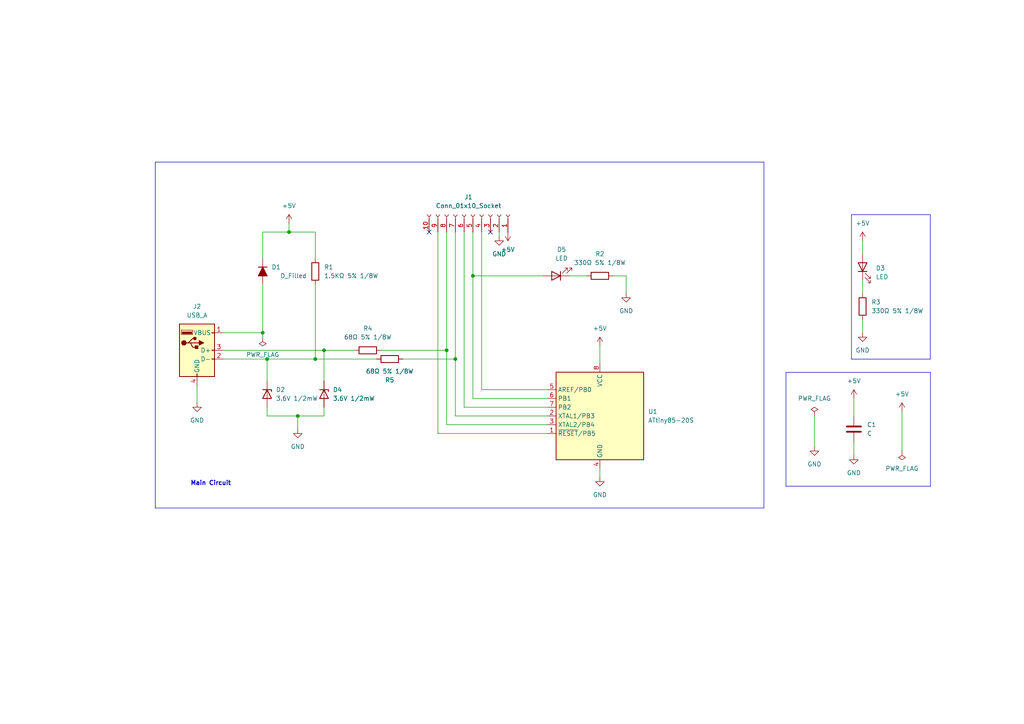
<source format=kicad_sch>
(kicad_sch
	(version 20250114)
	(generator "eeschema")
	(generator_version "9.0")
	(uuid "f2c20679-f28d-47ad-9191-2bfbde129570")
	(paper "A4")
	(title_block
		(date "2024-03-18")
		(rev "version Test2024")
		(company "UCC")
		(comment 1 "proyectoBase2024")
	)
	(lib_symbols
		(symbol "+5V_1"
			(power)
			(pin_names
				(offset 0)
			)
			(exclude_from_sim no)
			(in_bom yes)
			(on_board yes)
			(property "Reference" "#PWR"
				(at 0 -3.81 0)
				(effects
					(font
						(size 1.27 1.27)
					)
					(hide yes)
				)
			)
			(property "Value" "+5V_1"
				(at 0 3.556 0)
				(effects
					(font
						(size 1.27 1.27)
					)
				)
			)
			(property "Footprint" ""
				(at 0 0 0)
				(effects
					(font
						(size 1.27 1.27)
					)
					(hide yes)
				)
			)
			(property "Datasheet" ""
				(at 0 0 0)
				(effects
					(font
						(size 1.27 1.27)
					)
					(hide yes)
				)
			)
			(property "Description" "Power symbol creates a global label with name \"+5V\""
				(at 0 0 0)
				(effects
					(font
						(size 1.27 1.27)
					)
					(hide yes)
				)
			)
			(property "ki_keywords" "global power"
				(at 0 0 0)
				(effects
					(font
						(size 1.27 1.27)
					)
					(hide yes)
				)
			)
			(symbol "+5V_1_0_1"
				(polyline
					(pts
						(xy -0.762 1.27) (xy 0 2.54)
					)
					(stroke
						(width 0)
						(type default)
					)
					(fill
						(type none)
					)
				)
				(polyline
					(pts
						(xy 0 2.54) (xy 0.762 1.27)
					)
					(stroke
						(width 0)
						(type default)
					)
					(fill
						(type none)
					)
				)
				(polyline
					(pts
						(xy 0 0) (xy 0 2.54)
					)
					(stroke
						(width 0)
						(type default)
					)
					(fill
						(type none)
					)
				)
			)
			(symbol "+5V_1_1_1"
				(pin power_in line
					(at 0 0 90)
					(length 0)
					(hide yes)
					(name "+5V"
						(effects
							(font
								(size 1.27 1.27)
							)
						)
					)
					(number "1"
						(effects
							(font
								(size 1.27 1.27)
							)
						)
					)
				)
			)
			(embedded_fonts no)
		)
		(symbol "Connector:Conn_01x10_Socket"
			(pin_names
				(offset 1.016)
				(hide yes)
			)
			(exclude_from_sim no)
			(in_bom yes)
			(on_board yes)
			(property "Reference" "J"
				(at 0 12.7 0)
				(effects
					(font
						(size 1.27 1.27)
					)
				)
			)
			(property "Value" "Conn_01x10_Socket"
				(at 0 -15.24 0)
				(effects
					(font
						(size 1.27 1.27)
					)
				)
			)
			(property "Footprint" ""
				(at 0 0 0)
				(effects
					(font
						(size 1.27 1.27)
					)
					(hide yes)
				)
			)
			(property "Datasheet" "~"
				(at 0 0 0)
				(effects
					(font
						(size 1.27 1.27)
					)
					(hide yes)
				)
			)
			(property "Description" "Generic connector, single row, 01x10, script generated"
				(at 0 0 0)
				(effects
					(font
						(size 1.27 1.27)
					)
					(hide yes)
				)
			)
			(property "ki_locked" ""
				(at 0 0 0)
				(effects
					(font
						(size 1.27 1.27)
					)
				)
			)
			(property "ki_keywords" "connector"
				(at 0 0 0)
				(effects
					(font
						(size 1.27 1.27)
					)
					(hide yes)
				)
			)
			(property "ki_fp_filters" "Connector*:*_1x??_*"
				(at 0 0 0)
				(effects
					(font
						(size 1.27 1.27)
					)
					(hide yes)
				)
			)
			(symbol "Conn_01x10_Socket_1_1"
				(polyline
					(pts
						(xy -1.27 10.16) (xy -0.508 10.16)
					)
					(stroke
						(width 0.1524)
						(type default)
					)
					(fill
						(type none)
					)
				)
				(polyline
					(pts
						(xy -1.27 7.62) (xy -0.508 7.62)
					)
					(stroke
						(width 0.1524)
						(type default)
					)
					(fill
						(type none)
					)
				)
				(polyline
					(pts
						(xy -1.27 5.08) (xy -0.508 5.08)
					)
					(stroke
						(width 0.1524)
						(type default)
					)
					(fill
						(type none)
					)
				)
				(polyline
					(pts
						(xy -1.27 2.54) (xy -0.508 2.54)
					)
					(stroke
						(width 0.1524)
						(type default)
					)
					(fill
						(type none)
					)
				)
				(polyline
					(pts
						(xy -1.27 0) (xy -0.508 0)
					)
					(stroke
						(width 0.1524)
						(type default)
					)
					(fill
						(type none)
					)
				)
				(polyline
					(pts
						(xy -1.27 -2.54) (xy -0.508 -2.54)
					)
					(stroke
						(width 0.1524)
						(type default)
					)
					(fill
						(type none)
					)
				)
				(polyline
					(pts
						(xy -1.27 -5.08) (xy -0.508 -5.08)
					)
					(stroke
						(width 0.1524)
						(type default)
					)
					(fill
						(type none)
					)
				)
				(polyline
					(pts
						(xy -1.27 -7.62) (xy -0.508 -7.62)
					)
					(stroke
						(width 0.1524)
						(type default)
					)
					(fill
						(type none)
					)
				)
				(polyline
					(pts
						(xy -1.27 -10.16) (xy -0.508 -10.16)
					)
					(stroke
						(width 0.1524)
						(type default)
					)
					(fill
						(type none)
					)
				)
				(polyline
					(pts
						(xy -1.27 -12.7) (xy -0.508 -12.7)
					)
					(stroke
						(width 0.1524)
						(type default)
					)
					(fill
						(type none)
					)
				)
				(arc
					(start 0 9.652)
					(mid -0.5058 10.16)
					(end 0 10.668)
					(stroke
						(width 0.1524)
						(type default)
					)
					(fill
						(type none)
					)
				)
				(arc
					(start 0 7.112)
					(mid -0.5058 7.62)
					(end 0 8.128)
					(stroke
						(width 0.1524)
						(type default)
					)
					(fill
						(type none)
					)
				)
				(arc
					(start 0 4.572)
					(mid -0.5058 5.08)
					(end 0 5.588)
					(stroke
						(width 0.1524)
						(type default)
					)
					(fill
						(type none)
					)
				)
				(arc
					(start 0 2.032)
					(mid -0.5058 2.54)
					(end 0 3.048)
					(stroke
						(width 0.1524)
						(type default)
					)
					(fill
						(type none)
					)
				)
				(arc
					(start 0 -0.508)
					(mid -0.5058 0)
					(end 0 0.508)
					(stroke
						(width 0.1524)
						(type default)
					)
					(fill
						(type none)
					)
				)
				(arc
					(start 0 -3.048)
					(mid -0.5058 -2.54)
					(end 0 -2.032)
					(stroke
						(width 0.1524)
						(type default)
					)
					(fill
						(type none)
					)
				)
				(arc
					(start 0 -5.588)
					(mid -0.5058 -5.08)
					(end 0 -4.572)
					(stroke
						(width 0.1524)
						(type default)
					)
					(fill
						(type none)
					)
				)
				(arc
					(start 0 -8.128)
					(mid -0.5058 -7.62)
					(end 0 -7.112)
					(stroke
						(width 0.1524)
						(type default)
					)
					(fill
						(type none)
					)
				)
				(arc
					(start 0 -10.668)
					(mid -0.5058 -10.16)
					(end 0 -9.652)
					(stroke
						(width 0.1524)
						(type default)
					)
					(fill
						(type none)
					)
				)
				(arc
					(start 0 -13.208)
					(mid -0.5058 -12.7)
					(end 0 -12.192)
					(stroke
						(width 0.1524)
						(type default)
					)
					(fill
						(type none)
					)
				)
				(pin passive line
					(at -5.08 10.16 0)
					(length 3.81)
					(name "Pin_1"
						(effects
							(font
								(size 1.27 1.27)
							)
						)
					)
					(number "1"
						(effects
							(font
								(size 1.27 1.27)
							)
						)
					)
				)
				(pin passive line
					(at -5.08 7.62 0)
					(length 3.81)
					(name "Pin_2"
						(effects
							(font
								(size 1.27 1.27)
							)
						)
					)
					(number "2"
						(effects
							(font
								(size 1.27 1.27)
							)
						)
					)
				)
				(pin passive line
					(at -5.08 5.08 0)
					(length 3.81)
					(name "Pin_3"
						(effects
							(font
								(size 1.27 1.27)
							)
						)
					)
					(number "3"
						(effects
							(font
								(size 1.27 1.27)
							)
						)
					)
				)
				(pin passive line
					(at -5.08 2.54 0)
					(length 3.81)
					(name "Pin_4"
						(effects
							(font
								(size 1.27 1.27)
							)
						)
					)
					(number "4"
						(effects
							(font
								(size 1.27 1.27)
							)
						)
					)
				)
				(pin passive line
					(at -5.08 0 0)
					(length 3.81)
					(name "Pin_5"
						(effects
							(font
								(size 1.27 1.27)
							)
						)
					)
					(number "5"
						(effects
							(font
								(size 1.27 1.27)
							)
						)
					)
				)
				(pin passive line
					(at -5.08 -2.54 0)
					(length 3.81)
					(name "Pin_6"
						(effects
							(font
								(size 1.27 1.27)
							)
						)
					)
					(number "6"
						(effects
							(font
								(size 1.27 1.27)
							)
						)
					)
				)
				(pin passive line
					(at -5.08 -5.08 0)
					(length 3.81)
					(name "Pin_7"
						(effects
							(font
								(size 1.27 1.27)
							)
						)
					)
					(number "7"
						(effects
							(font
								(size 1.27 1.27)
							)
						)
					)
				)
				(pin passive line
					(at -5.08 -7.62 0)
					(length 3.81)
					(name "Pin_8"
						(effects
							(font
								(size 1.27 1.27)
							)
						)
					)
					(number "8"
						(effects
							(font
								(size 1.27 1.27)
							)
						)
					)
				)
				(pin passive line
					(at -5.08 -10.16 0)
					(length 3.81)
					(name "Pin_9"
						(effects
							(font
								(size 1.27 1.27)
							)
						)
					)
					(number "9"
						(effects
							(font
								(size 1.27 1.27)
							)
						)
					)
				)
				(pin passive line
					(at -5.08 -12.7 0)
					(length 3.81)
					(name "Pin_10"
						(effects
							(font
								(size 1.27 1.27)
							)
						)
					)
					(number "10"
						(effects
							(font
								(size 1.27 1.27)
							)
						)
					)
				)
			)
			(embedded_fonts no)
		)
		(symbol "Connector:USB_A"
			(pin_names
				(offset 1.016)
			)
			(exclude_from_sim no)
			(in_bom yes)
			(on_board yes)
			(property "Reference" "J2"
				(at 0 12.7 0)
				(effects
					(font
						(size 1.27 1.27)
					)
				)
			)
			(property "Value" "USB_A"
				(at 0 10.16 0)
				(effects
					(font
						(size 1.27 1.27)
					)
				)
			)
			(property "Footprint" ""
				(at 3.81 -1.27 0)
				(effects
					(font
						(size 1.27 1.27)
					)
					(hide yes)
				)
			)
			(property "Datasheet" "~"
				(at 3.81 -1.27 0)
				(effects
					(font
						(size 1.27 1.27)
					)
					(hide yes)
				)
			)
			(property "Description" "USB Type A connector"
				(at 0 0 0)
				(effects
					(font
						(size 1.27 1.27)
					)
					(hide yes)
				)
			)
			(property "ki_keywords" "connector USB"
				(at 0 0 0)
				(effects
					(font
						(size 1.27 1.27)
					)
					(hide yes)
				)
			)
			(property "ki_fp_filters" "USB*"
				(at 0 0 0)
				(effects
					(font
						(size 1.27 1.27)
					)
					(hide yes)
				)
			)
			(symbol "USB_A_0_1"
				(rectangle
					(start -5.08 -7.62)
					(end 5.08 7.62)
					(stroke
						(width 0.254)
						(type default)
					)
					(fill
						(type background)
					)
				)
				(circle
					(center -3.81 2.159)
					(radius 0.635)
					(stroke
						(width 0.254)
						(type default)
					)
					(fill
						(type outline)
					)
				)
				(polyline
					(pts
						(xy -3.175 2.159) (xy -2.54 2.159) (xy -1.27 3.429) (xy -0.635 3.429)
					)
					(stroke
						(width 0.254)
						(type default)
					)
					(fill
						(type none)
					)
				)
				(polyline
					(pts
						(xy -2.54 2.159) (xy -1.905 2.159) (xy -1.27 0.889) (xy 0 0.889)
					)
					(stroke
						(width 0.254)
						(type default)
					)
					(fill
						(type none)
					)
				)
				(rectangle
					(start -1.524 4.826)
					(end -4.318 5.334)
					(stroke
						(width 0)
						(type default)
					)
					(fill
						(type outline)
					)
				)
				(rectangle
					(start -1.27 4.572)
					(end -4.572 5.842)
					(stroke
						(width 0)
						(type default)
					)
					(fill
						(type none)
					)
				)
				(circle
					(center -0.635 3.429)
					(radius 0.381)
					(stroke
						(width 0.254)
						(type default)
					)
					(fill
						(type outline)
					)
				)
				(rectangle
					(start -0.127 -7.62)
					(end 0.127 -6.858)
					(stroke
						(width 0)
						(type default)
					)
					(fill
						(type none)
					)
				)
				(rectangle
					(start 0.254 1.27)
					(end -0.508 0.508)
					(stroke
						(width 0.254)
						(type default)
					)
					(fill
						(type outline)
					)
				)
				(polyline
					(pts
						(xy 0.635 2.794) (xy 0.635 1.524) (xy 1.905 2.159) (xy 0.635 2.794)
					)
					(stroke
						(width 0.254)
						(type default)
					)
					(fill
						(type outline)
					)
				)
				(rectangle
					(start 5.08 4.953)
					(end 4.318 5.207)
					(stroke
						(width 0)
						(type default)
					)
					(fill
						(type none)
					)
				)
				(rectangle
					(start 5.08 -0.127)
					(end 4.318 0.127)
					(stroke
						(width 0)
						(type default)
					)
					(fill
						(type none)
					)
				)
				(rectangle
					(start 5.08 -2.667)
					(end 4.318 -2.413)
					(stroke
						(width 0)
						(type default)
					)
					(fill
						(type none)
					)
				)
			)
			(symbol "USB_A_1_1"
				(polyline
					(pts
						(xy -1.905 2.159) (xy 0.635 2.159)
					)
					(stroke
						(width 0.254)
						(type default)
					)
					(fill
						(type none)
					)
				)
				(pin power_in line
					(at 0 -10.16 90)
					(length 2.54)
					(name "GND"
						(effects
							(font
								(size 1.27 1.27)
							)
						)
					)
					(number "4"
						(effects
							(font
								(size 1.27 1.27)
							)
						)
					)
				)
				(pin power_in line
					(at 7.62 5.08 180)
					(length 2.54)
					(name "VBUS"
						(effects
							(font
								(size 1.27 1.27)
							)
						)
					)
					(number "1"
						(effects
							(font
								(size 1.27 1.27)
							)
						)
					)
				)
				(pin bidirectional line
					(at 7.62 0 180)
					(length 2.54)
					(name "D+"
						(effects
							(font
								(size 1.27 1.27)
							)
						)
					)
					(number "3"
						(effects
							(font
								(size 1.27 1.27)
							)
						)
					)
				)
				(pin bidirectional line
					(at 7.62 -2.54 180)
					(length 2.54)
					(name "D-"
						(effects
							(font
								(size 1.27 1.27)
							)
						)
					)
					(number "2"
						(effects
							(font
								(size 1.27 1.27)
							)
						)
					)
				)
			)
			(embedded_fonts no)
		)
		(symbol "D_Filled_1"
			(pin_numbers
				(hide yes)
			)
			(pin_names
				(offset 1.016)
				(hide yes)
			)
			(exclude_from_sim no)
			(in_bom yes)
			(on_board yes)
			(property "Reference" "D"
				(at 0 2.54 0)
				(effects
					(font
						(size 1.27 1.27)
					)
				)
			)
			(property "Value" "D_Filled"
				(at 0 -2.54 0)
				(effects
					(font
						(size 1.27 1.27)
					)
				)
			)
			(property "Footprint" ""
				(at 0 0 0)
				(effects
					(font
						(size 1.27 1.27)
					)
					(hide yes)
				)
			)
			(property "Datasheet" "~"
				(at 0 0 0)
				(effects
					(font
						(size 1.27 1.27)
					)
					(hide yes)
				)
			)
			(property "Description" "Diode, filled shape"
				(at 0 0 0)
				(effects
					(font
						(size 1.27 1.27)
					)
					(hide yes)
				)
			)
			(property "Sim.Device" "D"
				(at 0 0 0)
				(effects
					(font
						(size 1.27 1.27)
					)
					(hide yes)
				)
			)
			(property "Sim.Pins" "1=K 2=A"
				(at 0 0 0)
				(effects
					(font
						(size 1.27 1.27)
					)
					(hide yes)
				)
			)
			(property "ki_keywords" "diode"
				(at 0 0 0)
				(effects
					(font
						(size 1.27 1.27)
					)
					(hide yes)
				)
			)
			(property "ki_fp_filters" "TO-???* *_Diode_* *SingleDiode* D_*"
				(at 0 0 0)
				(effects
					(font
						(size 1.27 1.27)
					)
					(hide yes)
				)
			)
			(symbol "D_Filled_1_0_1"
				(polyline
					(pts
						(xy -1.27 1.27) (xy -1.27 -1.27)
					)
					(stroke
						(width 0.254)
						(type default)
					)
					(fill
						(type none)
					)
				)
				(polyline
					(pts
						(xy 1.27 1.27) (xy 1.27 -1.27) (xy -1.27 0) (xy 1.27 1.27)
					)
					(stroke
						(width 0.254)
						(type default)
					)
					(fill
						(type outline)
					)
				)
				(polyline
					(pts
						(xy 1.27 0) (xy -1.27 0)
					)
					(stroke
						(width 0)
						(type default)
					)
					(fill
						(type none)
					)
				)
			)
			(symbol "D_Filled_1_1_1"
				(pin passive line
					(at -3.81 0 0)
					(length 2.54)
					(name "K"
						(effects
							(font
								(size 1.27 1.27)
							)
						)
					)
					(number "1"
						(effects
							(font
								(size 1.27 1.27)
							)
						)
					)
				)
				(pin passive line
					(at 3.81 0 180)
					(length 2.54)
					(name "A"
						(effects
							(font
								(size 1.27 1.27)
							)
						)
					)
					(number "2"
						(effects
							(font
								(size 1.27 1.27)
							)
						)
					)
				)
			)
			(embedded_fonts no)
		)
		(symbol "Device:C"
			(pin_numbers
				(hide yes)
			)
			(pin_names
				(offset 0.254)
			)
			(exclude_from_sim no)
			(in_bom yes)
			(on_board yes)
			(property "Reference" "C"
				(at 0.635 2.54 0)
				(effects
					(font
						(size 1.27 1.27)
					)
					(justify left)
				)
			)
			(property "Value" "C"
				(at 0.635 -2.54 0)
				(effects
					(font
						(size 1.27 1.27)
					)
					(justify left)
				)
			)
			(property "Footprint" ""
				(at 0.9652 -3.81 0)
				(effects
					(font
						(size 1.27 1.27)
					)
					(hide yes)
				)
			)
			(property "Datasheet" "~"
				(at 0 0 0)
				(effects
					(font
						(size 1.27 1.27)
					)
					(hide yes)
				)
			)
			(property "Description" "Unpolarized capacitor"
				(at 0 0 0)
				(effects
					(font
						(size 1.27 1.27)
					)
					(hide yes)
				)
			)
			(property "ki_keywords" "cap capacitor"
				(at 0 0 0)
				(effects
					(font
						(size 1.27 1.27)
					)
					(hide yes)
				)
			)
			(property "ki_fp_filters" "C_*"
				(at 0 0 0)
				(effects
					(font
						(size 1.27 1.27)
					)
					(hide yes)
				)
			)
			(symbol "C_0_1"
				(polyline
					(pts
						(xy -2.032 0.762) (xy 2.032 0.762)
					)
					(stroke
						(width 0.508)
						(type default)
					)
					(fill
						(type none)
					)
				)
				(polyline
					(pts
						(xy -2.032 -0.762) (xy 2.032 -0.762)
					)
					(stroke
						(width 0.508)
						(type default)
					)
					(fill
						(type none)
					)
				)
			)
			(symbol "C_1_1"
				(pin passive line
					(at 0 3.81 270)
					(length 2.794)
					(name "~"
						(effects
							(font
								(size 1.27 1.27)
							)
						)
					)
					(number "1"
						(effects
							(font
								(size 1.27 1.27)
							)
						)
					)
				)
				(pin passive line
					(at 0 -3.81 90)
					(length 2.794)
					(name "~"
						(effects
							(font
								(size 1.27 1.27)
							)
						)
					)
					(number "2"
						(effects
							(font
								(size 1.27 1.27)
							)
						)
					)
				)
			)
			(embedded_fonts no)
		)
		(symbol "Device:D_Zener"
			(pin_numbers
				(hide yes)
			)
			(pin_names
				(offset 1.016)
				(hide yes)
			)
			(exclude_from_sim no)
			(in_bom yes)
			(on_board yes)
			(property "Reference" "D"
				(at 0 2.54 0)
				(effects
					(font
						(size 1.27 1.27)
					)
				)
			)
			(property "Value" "D_Zener"
				(at 0 -2.54 0)
				(effects
					(font
						(size 1.27 1.27)
					)
				)
			)
			(property "Footprint" ""
				(at 0 0 0)
				(effects
					(font
						(size 1.27 1.27)
					)
					(hide yes)
				)
			)
			(property "Datasheet" "~"
				(at 0 0 0)
				(effects
					(font
						(size 1.27 1.27)
					)
					(hide yes)
				)
			)
			(property "Description" "Zener diode"
				(at 0 0 0)
				(effects
					(font
						(size 1.27 1.27)
					)
					(hide yes)
				)
			)
			(property "ki_keywords" "diode"
				(at 0 0 0)
				(effects
					(font
						(size 1.27 1.27)
					)
					(hide yes)
				)
			)
			(property "ki_fp_filters" "TO-???* *_Diode_* *SingleDiode* D_*"
				(at 0 0 0)
				(effects
					(font
						(size 1.27 1.27)
					)
					(hide yes)
				)
			)
			(symbol "D_Zener_0_1"
				(polyline
					(pts
						(xy -1.27 -1.27) (xy -1.27 1.27) (xy -0.762 1.27)
					)
					(stroke
						(width 0.254)
						(type default)
					)
					(fill
						(type none)
					)
				)
				(polyline
					(pts
						(xy 1.27 0) (xy -1.27 0)
					)
					(stroke
						(width 0)
						(type default)
					)
					(fill
						(type none)
					)
				)
				(polyline
					(pts
						(xy 1.27 -1.27) (xy 1.27 1.27) (xy -1.27 0) (xy 1.27 -1.27)
					)
					(stroke
						(width 0.254)
						(type default)
					)
					(fill
						(type none)
					)
				)
			)
			(symbol "D_Zener_1_1"
				(pin passive line
					(at -3.81 0 0)
					(length 2.54)
					(name "K"
						(effects
							(font
								(size 1.27 1.27)
							)
						)
					)
					(number "1"
						(effects
							(font
								(size 1.27 1.27)
							)
						)
					)
				)
				(pin passive line
					(at 3.81 0 180)
					(length 2.54)
					(name "A"
						(effects
							(font
								(size 1.27 1.27)
							)
						)
					)
					(number "2"
						(effects
							(font
								(size 1.27 1.27)
							)
						)
					)
				)
			)
			(embedded_fonts no)
		)
		(symbol "Device:LED"
			(pin_numbers
				(hide yes)
			)
			(pin_names
				(offset 1.016)
				(hide yes)
			)
			(exclude_from_sim no)
			(in_bom yes)
			(on_board yes)
			(property "Reference" "D"
				(at 0 2.54 0)
				(effects
					(font
						(size 1.27 1.27)
					)
				)
			)
			(property "Value" "LED"
				(at 0 -2.54 0)
				(effects
					(font
						(size 1.27 1.27)
					)
				)
			)
			(property "Footprint" ""
				(at 0 0 0)
				(effects
					(font
						(size 1.27 1.27)
					)
					(hide yes)
				)
			)
			(property "Datasheet" "~"
				(at 0 0 0)
				(effects
					(font
						(size 1.27 1.27)
					)
					(hide yes)
				)
			)
			(property "Description" "Light emitting diode"
				(at 0 0 0)
				(effects
					(font
						(size 1.27 1.27)
					)
					(hide yes)
				)
			)
			(property "ki_keywords" "LED diode"
				(at 0 0 0)
				(effects
					(font
						(size 1.27 1.27)
					)
					(hide yes)
				)
			)
			(property "ki_fp_filters" "LED* LED_SMD:* LED_THT:*"
				(at 0 0 0)
				(effects
					(font
						(size 1.27 1.27)
					)
					(hide yes)
				)
			)
			(symbol "LED_0_1"
				(polyline
					(pts
						(xy -3.048 -0.762) (xy -4.572 -2.286) (xy -3.81 -2.286) (xy -4.572 -2.286) (xy -4.572 -1.524)
					)
					(stroke
						(width 0)
						(type default)
					)
					(fill
						(type none)
					)
				)
				(polyline
					(pts
						(xy -1.778 -0.762) (xy -3.302 -2.286) (xy -2.54 -2.286) (xy -3.302 -2.286) (xy -3.302 -1.524)
					)
					(stroke
						(width 0)
						(type default)
					)
					(fill
						(type none)
					)
				)
				(polyline
					(pts
						(xy -1.27 0) (xy 1.27 0)
					)
					(stroke
						(width 0)
						(type default)
					)
					(fill
						(type none)
					)
				)
				(polyline
					(pts
						(xy -1.27 -1.27) (xy -1.27 1.27)
					)
					(stroke
						(width 0.254)
						(type default)
					)
					(fill
						(type none)
					)
				)
				(polyline
					(pts
						(xy 1.27 -1.27) (xy 1.27 1.27) (xy -1.27 0) (xy 1.27 -1.27)
					)
					(stroke
						(width 0.254)
						(type default)
					)
					(fill
						(type none)
					)
				)
			)
			(symbol "LED_1_1"
				(pin passive line
					(at -3.81 0 0)
					(length 2.54)
					(name "K"
						(effects
							(font
								(size 1.27 1.27)
							)
						)
					)
					(number "1"
						(effects
							(font
								(size 1.27 1.27)
							)
						)
					)
				)
				(pin passive line
					(at 3.81 0 180)
					(length 2.54)
					(name "A"
						(effects
							(font
								(size 1.27 1.27)
							)
						)
					)
					(number "2"
						(effects
							(font
								(size 1.27 1.27)
							)
						)
					)
				)
			)
			(embedded_fonts no)
		)
		(symbol "Device:R"
			(pin_numbers
				(hide yes)
			)
			(pin_names
				(offset 0)
			)
			(exclude_from_sim no)
			(in_bom yes)
			(on_board yes)
			(property "Reference" "R"
				(at 2.032 0 90)
				(effects
					(font
						(size 1.27 1.27)
					)
				)
			)
			(property "Value" "R"
				(at 0 0 90)
				(effects
					(font
						(size 1.27 1.27)
					)
				)
			)
			(property "Footprint" ""
				(at -1.778 0 90)
				(effects
					(font
						(size 1.27 1.27)
					)
					(hide yes)
				)
			)
			(property "Datasheet" "~"
				(at 0 0 0)
				(effects
					(font
						(size 1.27 1.27)
					)
					(hide yes)
				)
			)
			(property "Description" "Resistor"
				(at 0 0 0)
				(effects
					(font
						(size 1.27 1.27)
					)
					(hide yes)
				)
			)
			(property "ki_keywords" "R res resistor"
				(at 0 0 0)
				(effects
					(font
						(size 1.27 1.27)
					)
					(hide yes)
				)
			)
			(property "ki_fp_filters" "R_*"
				(at 0 0 0)
				(effects
					(font
						(size 1.27 1.27)
					)
					(hide yes)
				)
			)
			(symbol "R_0_1"
				(rectangle
					(start -1.016 -2.54)
					(end 1.016 2.54)
					(stroke
						(width 0.254)
						(type default)
					)
					(fill
						(type none)
					)
				)
			)
			(symbol "R_1_1"
				(pin passive line
					(at 0 3.81 270)
					(length 1.27)
					(name "~"
						(effects
							(font
								(size 1.27 1.27)
							)
						)
					)
					(number "1"
						(effects
							(font
								(size 1.27 1.27)
							)
						)
					)
				)
				(pin passive line
					(at 0 -3.81 90)
					(length 1.27)
					(name "~"
						(effects
							(font
								(size 1.27 1.27)
							)
						)
					)
					(number "2"
						(effects
							(font
								(size 1.27 1.27)
							)
						)
					)
				)
			)
			(embedded_fonts no)
		)
		(symbol "GND_1"
			(power)
			(pin_names
				(offset 0)
			)
			(exclude_from_sim no)
			(in_bom yes)
			(on_board yes)
			(property "Reference" "#PWR"
				(at 0 -6.35 0)
				(effects
					(font
						(size 1.27 1.27)
					)
					(hide yes)
				)
			)
			(property "Value" "GND_1"
				(at 0 -3.81 0)
				(effects
					(font
						(size 1.27 1.27)
					)
				)
			)
			(property "Footprint" ""
				(at 0 0 0)
				(effects
					(font
						(size 1.27 1.27)
					)
					(hide yes)
				)
			)
			(property "Datasheet" ""
				(at 0 0 0)
				(effects
					(font
						(size 1.27 1.27)
					)
					(hide yes)
				)
			)
			(property "Description" "Power symbol creates a global label with name \"GND\" , ground"
				(at 0 0 0)
				(effects
					(font
						(size 1.27 1.27)
					)
					(hide yes)
				)
			)
			(property "ki_keywords" "global power"
				(at 0 0 0)
				(effects
					(font
						(size 1.27 1.27)
					)
					(hide yes)
				)
			)
			(symbol "GND_1_0_1"
				(polyline
					(pts
						(xy 0 0) (xy 0 -1.27) (xy 1.27 -1.27) (xy 0 -2.54) (xy -1.27 -1.27) (xy 0 -1.27)
					)
					(stroke
						(width 0)
						(type default)
					)
					(fill
						(type none)
					)
				)
			)
			(symbol "GND_1_1_1"
				(pin power_in line
					(at 0 0 270)
					(length 0)
					(hide yes)
					(name "GND"
						(effects
							(font
								(size 1.27 1.27)
							)
						)
					)
					(number "1"
						(effects
							(font
								(size 1.27 1.27)
							)
						)
					)
				)
			)
			(embedded_fonts no)
		)
		(symbol "MCU_Microchip_ATtiny:ATtiny85-20S"
			(exclude_from_sim no)
			(in_bom yes)
			(on_board yes)
			(property "Reference" "U"
				(at -12.7 13.97 0)
				(effects
					(font
						(size 1.27 1.27)
					)
					(justify left bottom)
				)
			)
			(property "Value" "ATtiny85-20S"
				(at 2.54 -13.97 0)
				(effects
					(font
						(size 1.27 1.27)
					)
					(justify left top)
				)
			)
			(property "Footprint" "Package_SO:SOIC-8W_5.3x5.3mm_P1.27mm"
				(at 0 0 0)
				(effects
					(font
						(size 1.27 1.27)
						(italic yes)
					)
					(hide yes)
				)
			)
			(property "Datasheet" "http://ww1.microchip.com/downloads/en/DeviceDoc/atmel-2586-avr-8-bit-microcontroller-attiny25-attiny45-attiny85_datasheet.pdf"
				(at 0 0 0)
				(effects
					(font
						(size 1.27 1.27)
					)
					(hide yes)
				)
			)
			(property "Description" "20MHz, 8kB Flash, 512B SRAM, 512B EEPROM, debugWIRE, SOIC-8W"
				(at 0 0 0)
				(effects
					(font
						(size 1.27 1.27)
					)
					(hide yes)
				)
			)
			(property "ki_keywords" "AVR 8bit Microcontroller tinyAVR"
				(at 0 0 0)
				(effects
					(font
						(size 1.27 1.27)
					)
					(hide yes)
				)
			)
			(property "ki_fp_filters" "SOIC*5.3x5.3mm*P1.27mm*"
				(at 0 0 0)
				(effects
					(font
						(size 1.27 1.27)
					)
					(hide yes)
				)
			)
			(symbol "ATtiny85-20S_0_1"
				(rectangle
					(start -12.7 -12.7)
					(end 12.7 12.7)
					(stroke
						(width 0.254)
						(type default)
					)
					(fill
						(type background)
					)
				)
			)
			(symbol "ATtiny85-20S_1_1"
				(pin power_in line
					(at 0 15.24 270)
					(length 2.54)
					(name "VCC"
						(effects
							(font
								(size 1.27 1.27)
							)
						)
					)
					(number "8"
						(effects
							(font
								(size 1.27 1.27)
							)
						)
					)
				)
				(pin power_in line
					(at 0 -15.24 90)
					(length 2.54)
					(name "GND"
						(effects
							(font
								(size 1.27 1.27)
							)
						)
					)
					(number "4"
						(effects
							(font
								(size 1.27 1.27)
							)
						)
					)
				)
				(pin bidirectional line
					(at 15.24 7.62 180)
					(length 2.54)
					(name "AREF/PB0"
						(effects
							(font
								(size 1.27 1.27)
							)
						)
					)
					(number "5"
						(effects
							(font
								(size 1.27 1.27)
							)
						)
					)
				)
				(pin bidirectional line
					(at 15.24 5.08 180)
					(length 2.54)
					(name "PB1"
						(effects
							(font
								(size 1.27 1.27)
							)
						)
					)
					(number "6"
						(effects
							(font
								(size 1.27 1.27)
							)
						)
					)
				)
				(pin bidirectional line
					(at 15.24 2.54 180)
					(length 2.54)
					(name "PB2"
						(effects
							(font
								(size 1.27 1.27)
							)
						)
					)
					(number "7"
						(effects
							(font
								(size 1.27 1.27)
							)
						)
					)
				)
				(pin bidirectional line
					(at 15.24 0 180)
					(length 2.54)
					(name "XTAL1/PB3"
						(effects
							(font
								(size 1.27 1.27)
							)
						)
					)
					(number "2"
						(effects
							(font
								(size 1.27 1.27)
							)
						)
					)
				)
				(pin bidirectional line
					(at 15.24 -2.54 180)
					(length 2.54)
					(name "XTAL2/PB4"
						(effects
							(font
								(size 1.27 1.27)
							)
						)
					)
					(number "3"
						(effects
							(font
								(size 1.27 1.27)
							)
						)
					)
				)
				(pin bidirectional line
					(at 15.24 -5.08 180)
					(length 2.54)
					(name "~{RESET}/PB5"
						(effects
							(font
								(size 1.27 1.27)
							)
						)
					)
					(number "1"
						(effects
							(font
								(size 1.27 1.27)
							)
						)
					)
				)
			)
			(embedded_fonts no)
		)
		(symbol "PWR_FLAG_1"
			(power)
			(pin_numbers
				(hide yes)
			)
			(pin_names
				(offset 0)
				(hide yes)
			)
			(exclude_from_sim no)
			(in_bom yes)
			(on_board yes)
			(property "Reference" "#FLG"
				(at 0 1.905 0)
				(effects
					(font
						(size 1.27 1.27)
					)
					(hide yes)
				)
			)
			(property "Value" "PWR_FLAG_1"
				(at 0 3.81 0)
				(effects
					(font
						(size 1.27 1.27)
					)
				)
			)
			(property "Footprint" ""
				(at 0 0 0)
				(effects
					(font
						(size 1.27 1.27)
					)
					(hide yes)
				)
			)
			(property "Datasheet" "~"
				(at 0 0 0)
				(effects
					(font
						(size 1.27 1.27)
					)
					(hide yes)
				)
			)
			(property "Description" "Special symbol for telling ERC where power comes from"
				(at 0 0 0)
				(effects
					(font
						(size 1.27 1.27)
					)
					(hide yes)
				)
			)
			(property "ki_keywords" "flag power"
				(at 0 0 0)
				(effects
					(font
						(size 1.27 1.27)
					)
					(hide yes)
				)
			)
			(symbol "PWR_FLAG_1_0_0"
				(pin power_out line
					(at 0 0 90)
					(length 0)
					(name "pwr"
						(effects
							(font
								(size 1.27 1.27)
							)
						)
					)
					(number "1"
						(effects
							(font
								(size 1.27 1.27)
							)
						)
					)
				)
			)
			(symbol "PWR_FLAG_1_0_1"
				(polyline
					(pts
						(xy 0 0) (xy 0 1.27) (xy -1.016 1.905) (xy 0 2.54) (xy 1.016 1.905) (xy 0 1.27)
					)
					(stroke
						(width 0)
						(type default)
					)
					(fill
						(type none)
					)
				)
			)
			(embedded_fonts no)
		)
	)
	(text "Main Circuit"
		(exclude_from_sim no)
		(at 55.1942 140.9954 0)
		(effects
			(font
				(size 1.27 1.27)
				(thickness 0.254)
				(bold yes)
			)
			(justify left bottom)
		)
		(uuid "39ea4496-1b44-485f-ab4a-73accbcc9f99")
	)
	(junction
		(at 86.36 120.65)
		(diameter 0)
		(color 0 0 0 0)
		(uuid "02e8414a-b238-4380-a10f-6b6be39bcbfe")
	)
	(junction
		(at 77.47 104.14)
		(diameter 0)
		(color 0 0 0 0)
		(uuid "31456388-d950-4a96-adf9-99ace3b29ab1")
	)
	(junction
		(at 137.16 80.01)
		(diameter 0)
		(color 0 0 0 0)
		(uuid "3c1269b0-2cdb-4403-938f-7deb595df42a")
	)
	(junction
		(at 91.44 104.14)
		(diameter 0)
		(color 0 0 0 0)
		(uuid "447b11f1-c081-4ee2-8c93-f225ae160e1b")
	)
	(junction
		(at 83.82 67.31)
		(diameter 0)
		(color 0 0 0 0)
		(uuid "45e23898-725d-4312-9589-842bbc39b85b")
	)
	(junction
		(at 93.98 101.6)
		(diameter 0)
		(color 0 0 0 0)
		(uuid "67332a35-6e05-49f9-aa8e-3a15e8e5a396")
	)
	(junction
		(at 129.54 101.6)
		(diameter 0)
		(color 0 0 0 0)
		(uuid "dbbceaf7-5bdf-4983-ae96-f7ecda9860f5")
	)
	(junction
		(at 76.2 96.52)
		(diameter 0)
		(color 0 0 0 0)
		(uuid "ec0a393f-9ca3-4b96-a9de-ab7067fcb222")
	)
	(junction
		(at 132.08 104.14)
		(diameter 0)
		(color 0 0 0 0)
		(uuid "f90b7afe-4771-40ac-9ea3-b1e1ab2247c8")
	)
	(no_connect
		(at 124.46 67.31)
		(uuid "d80f060f-6087-4f58-882a-af9c0f8054cf")
	)
	(no_connect
		(at 142.24 67.31)
		(uuid "e3940601-3aad-45d6-940e-a05cd80101df")
	)
	(wire
		(pts
			(xy 247.65 115.57) (xy 247.65 120.65)
		)
		(stroke
			(width 0)
			(type default)
		)
		(uuid "0e74d8b9-0d0c-41f5-9833-b8f060127139")
	)
	(wire
		(pts
			(xy 250.19 69.85) (xy 250.19 73.66)
		)
		(stroke
			(width 0)
			(type default)
		)
		(uuid "1278f43e-d486-4f98-b7a4-9b4ba82b6748")
	)
	(polyline
		(pts
			(xy 45.0342 147.3454) (xy 45.0342 47.0154)
		)
		(stroke
			(width 0)
			(type default)
		)
		(uuid "12c67071-fe67-4f47-a0ca-3ef1ab2bc966")
	)
	(wire
		(pts
			(xy 173.99 135.89) (xy 173.99 138.43)
		)
		(stroke
			(width 0)
			(type default)
		)
		(uuid "1c3d20cd-b433-4b8e-a3ff-a9032feb2bb7")
	)
	(wire
		(pts
			(xy 173.99 100.33) (xy 173.99 105.41)
		)
		(stroke
			(width 0)
			(type default)
		)
		(uuid "1eb545a0-f6b4-428b-bccd-c138aca7e8f3")
	)
	(polyline
		(pts
			(xy 221.5642 47.0154) (xy 221.5642 147.3454)
		)
		(stroke
			(width 0)
			(type default)
		)
		(uuid "1f5f82f7-3c3e-40e2-9a00-ce83a042d5ac")
	)
	(wire
		(pts
			(xy 139.7 67.31) (xy 139.7 113.03)
		)
		(stroke
			(width 0)
			(type default)
		)
		(uuid "29297058-2ddc-4a29-becd-97fa8cbfef89")
	)
	(wire
		(pts
			(xy 93.98 118.11) (xy 93.98 120.65)
		)
		(stroke
			(width 0)
			(type default)
		)
		(uuid "29fcd6e5-0536-4d24-b385-47d5747a2030")
	)
	(wire
		(pts
			(xy 116.84 104.14) (xy 132.08 104.14)
		)
		(stroke
			(width 0)
			(type default)
		)
		(uuid "2a40dfad-a0b0-407d-b815-3c3b90343cc6")
	)
	(wire
		(pts
			(xy 250.19 81.28) (xy 250.19 85.09)
		)
		(stroke
			(width 0)
			(type default)
		)
		(uuid "2a772d98-2577-4f0a-9744-569499f688ce")
	)
	(wire
		(pts
			(xy 177.8 80.01) (xy 181.61 80.01)
		)
		(stroke
			(width 0)
			(type default)
		)
		(uuid "2c4d4282-839f-4d13-9cf0-37b26be6e1f1")
	)
	(wire
		(pts
			(xy 132.08 120.65) (xy 158.75 120.65)
		)
		(stroke
			(width 0)
			(type default)
		)
		(uuid "2e8ef290-2b1d-465d-9066-82b3e18f14b4")
	)
	(wire
		(pts
			(xy 127 67.31) (xy 127 125.73)
		)
		(stroke
			(width 0)
			(type default)
		)
		(uuid "2fd41e8d-e100-4a63-bd37-a0bb9c10954c")
	)
	(wire
		(pts
			(xy 91.44 82.55) (xy 91.44 104.14)
		)
		(stroke
			(width 0)
			(type default)
		)
		(uuid "3684a61f-3a7f-435c-95ee-2b319b4bdc62")
	)
	(wire
		(pts
			(xy 129.54 123.19) (xy 158.75 123.19)
		)
		(stroke
			(width 0)
			(type default)
		)
		(uuid "36bd9b9c-5017-4ff1-af3c-77f1eb0bfe08")
	)
	(wire
		(pts
			(xy 86.36 120.65) (xy 86.36 124.46)
		)
		(stroke
			(width 0)
			(type default)
		)
		(uuid "392046b3-8e4d-4c41-ad1a-102fa3834321")
	)
	(wire
		(pts
			(xy 137.16 115.57) (xy 158.75 115.57)
		)
		(stroke
			(width 0)
			(type default)
		)
		(uuid "3968792f-08f8-421c-8ac7-6dfe8c871739")
	)
	(wire
		(pts
			(xy 83.82 64.77) (xy 83.82 67.31)
		)
		(stroke
			(width 0)
			(type default)
		)
		(uuid "410248ad-2904-4812-8d85-850535af93ee")
	)
	(wire
		(pts
			(xy 77.47 104.14) (xy 77.47 110.49)
		)
		(stroke
			(width 0)
			(type default)
		)
		(uuid "4385eb8d-0392-43e1-b89f-428d8cd67202")
	)
	(wire
		(pts
			(xy 127 125.73) (xy 158.75 125.73)
		)
		(stroke
			(width 0)
			(type default)
		)
		(uuid "47ebf479-d8f8-43e7-ad3a-93d4bd6a8bac")
	)
	(wire
		(pts
			(xy 64.77 101.6) (xy 93.98 101.6)
		)
		(stroke
			(width 0)
			(type default)
		)
		(uuid "4b1662bf-2a4a-4618-81d2-b49c19c60235")
	)
	(wire
		(pts
			(xy 76.2 67.31) (xy 76.2 74.93)
		)
		(stroke
			(width 0)
			(type default)
		)
		(uuid "4c2df597-1210-449c-9045-650fb6953e19")
	)
	(wire
		(pts
			(xy 77.47 120.65) (xy 86.36 120.65)
		)
		(stroke
			(width 0)
			(type default)
		)
		(uuid "4d35db25-51a8-48a6-9f67-a6d2cdde5b44")
	)
	(polyline
		(pts
			(xy 269.8242 62.2554) (xy 269.8242 104.1654)
		)
		(stroke
			(width 0)
			(type default)
		)
		(uuid "4eb3e81b-c3fe-4e85-853e-9ce32520e02d")
	)
	(wire
		(pts
			(xy 236.22 120.65) (xy 236.22 129.54)
		)
		(stroke
			(width 0)
			(type default)
		)
		(uuid "55542def-450f-4f61-8e6c-3507d360c74e")
	)
	(wire
		(pts
			(xy 64.77 96.52) (xy 76.2 96.52)
		)
		(stroke
			(width 0)
			(type default)
		)
		(uuid "589dddd4-c859-439c-98a7-a4cdbae2f188")
	)
	(wire
		(pts
			(xy 261.62 119.38) (xy 261.62 130.81)
		)
		(stroke
			(width 0)
			(type default)
		)
		(uuid "5acc18da-5626-4d02-9303-2e1e62ae2bc2")
	)
	(wire
		(pts
			(xy 250.19 92.71) (xy 250.19 96.52)
		)
		(stroke
			(width 0)
			(type default)
		)
		(uuid "601c7135-2867-4ea3-bdf1-1c6c98fba372")
	)
	(wire
		(pts
			(xy 132.08 104.14) (xy 132.08 120.65)
		)
		(stroke
			(width 0)
			(type default)
		)
		(uuid "60dfc2e0-7d56-4e5c-a068-9d0e73e4f24c")
	)
	(polyline
		(pts
			(xy 227.965 108.0008) (xy 269.875 108.0008)
		)
		(stroke
			(width 0)
			(type default)
		)
		(uuid "654c2277-b153-442b-b460-0cc1001e1bfe")
	)
	(wire
		(pts
			(xy 91.44 74.93) (xy 91.44 67.31)
		)
		(stroke
			(width 0)
			(type default)
		)
		(uuid "665d1084-3d66-40eb-90e9-0b52b7697f60")
	)
	(wire
		(pts
			(xy 76.2 82.55) (xy 76.2 96.52)
		)
		(stroke
			(width 0)
			(type default)
		)
		(uuid "6b2ef087-0e73-454e-bfb5-6be92586f8d8")
	)
	(wire
		(pts
			(xy 91.44 104.14) (xy 109.22 104.14)
		)
		(stroke
			(width 0)
			(type default)
		)
		(uuid "6c81be7a-04f4-4ad7-b6c5-0ea3a6271c8c")
	)
	(wire
		(pts
			(xy 181.61 80.01) (xy 181.61 85.09)
		)
		(stroke
			(width 0)
			(type default)
		)
		(uuid "7349285f-da4b-4037-bb68-a7e2a60508bd")
	)
	(polyline
		(pts
			(xy 269.8242 104.1654) (xy 246.9642 104.1654)
		)
		(stroke
			(width 0)
			(type default)
		)
		(uuid "73b21d52-5af1-4324-ac82-7fc4e93bc07a")
	)
	(wire
		(pts
			(xy 134.62 67.31) (xy 134.62 118.11)
		)
		(stroke
			(width 0)
			(type default)
		)
		(uuid "77c39255-1b14-4adb-a45e-0f21f9396072")
	)
	(polyline
		(pts
			(xy 227.965 141.0208) (xy 227.965 108.0008)
		)
		(stroke
			(width 0)
			(type default)
		)
		(uuid "7b5ddeea-8245-4000-8222-3f545ae9a1f4")
	)
	(wire
		(pts
			(xy 93.98 120.65) (xy 86.36 120.65)
		)
		(stroke
			(width 0)
			(type default)
		)
		(uuid "7ce52d2c-1c0e-47c4-be9f-6ee4d35998dc")
	)
	(polyline
		(pts
			(xy 221.5642 147.3454) (xy 45.0342 147.3454)
		)
		(stroke
			(width 0)
			(type default)
		)
		(uuid "7ebb2a4f-8cb5-40c6-9206-e43704b68921")
	)
	(wire
		(pts
			(xy 129.54 67.31) (xy 129.54 101.6)
		)
		(stroke
			(width 0)
			(type default)
		)
		(uuid "831b1915-c578-4ef0-8b28-d70af080f582")
	)
	(wire
		(pts
			(xy 64.77 104.14) (xy 77.47 104.14)
		)
		(stroke
			(width 0)
			(type default)
		)
		(uuid "8520ac2b-9f34-499a-ace5-47c59407e1de")
	)
	(wire
		(pts
			(xy 132.08 67.31) (xy 132.08 104.14)
		)
		(stroke
			(width 0)
			(type default)
		)
		(uuid "8920e816-6af8-4491-855f-85f9c7877997")
	)
	(wire
		(pts
			(xy 91.44 67.31) (xy 83.82 67.31)
		)
		(stroke
			(width 0)
			(type default)
		)
		(uuid "8de918df-97f3-401f-978b-270bad6ea405")
	)
	(wire
		(pts
			(xy 137.16 67.31) (xy 137.16 80.01)
		)
		(stroke
			(width 0)
			(type default)
		)
		(uuid "9d72aafe-9e41-4107-bae6-8e89c3e5b21b")
	)
	(wire
		(pts
			(xy 57.15 111.76) (xy 57.15 116.84)
		)
		(stroke
			(width 0)
			(type default)
		)
		(uuid "9f99f6b8-18f8-4ee1-bc54-7315ad26ac43")
	)
	(wire
		(pts
			(xy 129.54 101.6) (xy 129.54 123.19)
		)
		(stroke
			(width 0)
			(type default)
		)
		(uuid "aa162cf5-588e-4921-b23b-f3c1add8a373")
	)
	(wire
		(pts
			(xy 134.62 118.11) (xy 158.75 118.11)
		)
		(stroke
			(width 0)
			(type default)
		)
		(uuid "aa358a8a-f0b9-4ff5-a2fb-51e7ad21c27b")
	)
	(wire
		(pts
			(xy 83.82 67.31) (xy 76.2 67.31)
		)
		(stroke
			(width 0)
			(type default)
		)
		(uuid "b11c46b5-30da-4c8b-87c3-78881e57a632")
	)
	(wire
		(pts
			(xy 137.16 80.01) (xy 137.16 115.57)
		)
		(stroke
			(width 0)
			(type default)
		)
		(uuid "b39bfceb-5b18-4720-aa83-1ae4e90652f1")
	)
	(wire
		(pts
			(xy 93.98 101.6) (xy 93.98 110.49)
		)
		(stroke
			(width 0)
			(type default)
		)
		(uuid "bf24b246-5975-4d69-990a-f789d8b63a5e")
	)
	(polyline
		(pts
			(xy 246.9642 104.1654) (xy 246.9642 62.2554)
		)
		(stroke
			(width 0)
			(type default)
		)
		(uuid "c289a2e8-800f-459f-8e02-e4181254dd67")
	)
	(wire
		(pts
			(xy 139.7 113.03) (xy 158.75 113.03)
		)
		(stroke
			(width 0)
			(type default)
		)
		(uuid "c3793a6b-d968-4923-8da3-c33d9b1042a9")
	)
	(polyline
		(pts
			(xy 246.9642 62.2554) (xy 269.8242 62.2554)
		)
		(stroke
			(width 0)
			(type default)
		)
		(uuid "c5196035-626d-4878-af78-a964605d27be")
	)
	(wire
		(pts
			(xy 77.47 118.11) (xy 77.47 120.65)
		)
		(stroke
			(width 0)
			(type default)
		)
		(uuid "c744888a-8947-4997-a86e-1c73c0f0ab41")
	)
	(wire
		(pts
			(xy 247.65 128.27) (xy 247.65 132.08)
		)
		(stroke
			(width 0)
			(type default)
		)
		(uuid "cd203e53-ec25-4f93-a32f-2bb9e74eb7eb")
	)
	(wire
		(pts
			(xy 144.78 67.31) (xy 144.78 68.58)
		)
		(stroke
			(width 0)
			(type default)
		)
		(uuid "d1abcce5-6c6f-47e5-925b-5d3e38a46a04")
	)
	(wire
		(pts
			(xy 77.47 104.14) (xy 91.44 104.14)
		)
		(stroke
			(width 0)
			(type default)
		)
		(uuid "d28417a1-c02f-4c4e-9b65-176b401ddbb1")
	)
	(wire
		(pts
			(xy 76.2 97.79) (xy 76.2 96.52)
		)
		(stroke
			(width 0)
			(type default)
		)
		(uuid "d9d17fd4-2dbe-4d33-8024-94e445c6265b")
	)
	(wire
		(pts
			(xy 137.16 80.01) (xy 157.48 80.01)
		)
		(stroke
			(width 0)
			(type default)
		)
		(uuid "e049ad7b-dc59-44f5-8d3a-d9feb54dd84d")
	)
	(polyline
		(pts
			(xy 269.875 108.0008) (xy 269.875 141.0208)
		)
		(stroke
			(width 0)
			(type default)
		)
		(uuid "eaa8bceb-f274-422b-90fd-fe4877b72009")
	)
	(polyline
		(pts
			(xy 45.0342 47.0154) (xy 221.5642 47.0154)
		)
		(stroke
			(width 0)
			(type default)
		)
		(uuid "ed367599-b43c-449a-9a14-78d4b79558be")
	)
	(wire
		(pts
			(xy 165.1 80.01) (xy 170.18 80.01)
		)
		(stroke
			(width 0)
			(type default)
		)
		(uuid "f1b15267-dcaf-4213-bc77-6e775871a8bd")
	)
	(polyline
		(pts
			(xy 269.875 141.0208) (xy 227.965 141.0208)
		)
		(stroke
			(width 0)
			(type default)
		)
		(uuid "f518fdf6-0ceb-48a0-bbc6-ad5fd27a602e")
	)
	(wire
		(pts
			(xy 93.98 101.6) (xy 102.87 101.6)
		)
		(stroke
			(width 0)
			(type default)
		)
		(uuid "fcb0bae2-380a-4f81-8436-5ff649e382c5")
	)
	(wire
		(pts
			(xy 110.49 101.6) (xy 129.54 101.6)
		)
		(stroke
			(width 0)
			(type default)
		)
		(uuid "ffd5f40a-e65c-4711-a814-2d16b452a031")
	)
	(symbol
		(lib_name "+5V_1")
		(lib_id "power:+5V")
		(at 147.32 67.31 180)
		(unit 1)
		(exclude_from_sim no)
		(in_bom yes)
		(on_board yes)
		(dnp no)
		(fields_autoplaced yes)
		(uuid "08af6b81-00f5-4e81-855b-09c25fe2cd06")
		(property "Reference" "#PWR05"
			(at 147.32 63.5 0)
			(effects
				(font
					(size 1.27 1.27)
				)
				(hide yes)
			)
		)
		(property "Value" "+5V"
			(at 147.32 72.39 0)
			(effects
				(font
					(size 1.27 1.27)
				)
			)
		)
		(property "Footprint" ""
			(at 147.32 67.31 0)
			(effects
				(font
					(size 1.27 1.27)
				)
				(hide yes)
			)
		)
		(property "Datasheet" ""
			(at 147.32 67.31 0)
			(effects
				(font
					(size 1.27 1.27)
				)
				(hide yes)
			)
		)
		(property "Description" ""
			(at 147.32 67.31 0)
			(effects
				(font
					(size 1.27 1.27)
				)
			)
		)
		(pin "1"
			(uuid "a64a49aa-a070-4ebe-8632-433335b4dd55")
		)
		(instances
			(project "UccMicroDuino"
				(path "/f2c20679-f28d-47ad-9191-2bfbde129570"
					(reference "#PWR05")
					(unit 1)
				)
			)
		)
	)
	(symbol
		(lib_id "Device:LED")
		(at 250.19 77.47 90)
		(unit 1)
		(exclude_from_sim no)
		(in_bom yes)
		(on_board yes)
		(dnp no)
		(fields_autoplaced yes)
		(uuid "10997108-4d28-41d5-89fd-26fd3e77510d")
		(property "Reference" "D3"
			(at 254 77.7874 90)
			(effects
				(font
					(size 1.27 1.27)
				)
				(justify right)
			)
		)
		(property "Value" "LED"
			(at 254 80.3274 90)
			(effects
				(font
					(size 1.27 1.27)
				)
				(justify right)
			)
		)
		(property "Footprint" "ledSmd:ledSMD"
			(at 250.19 77.47 0)
			(effects
				(font
					(size 1.27 1.27)
				)
				(hide yes)
			)
		)
		(property "Datasheet" "~"
			(at 250.19 77.47 0)
			(effects
				(font
					(size 1.27 1.27)
				)
				(hide yes)
			)
		)
		(property "Description" ""
			(at 250.19 77.47 0)
			(effects
				(font
					(size 1.27 1.27)
				)
			)
		)
		(pin "1"
			(uuid "5fdbb483-66f9-4384-8395-149ad1d2495b")
		)
		(pin "2"
			(uuid "d69da8c4-b4ec-4af5-a00c-745dacc97d94")
		)
		(instances
			(project "UccMicroDuino"
				(path "/f2c20679-f28d-47ad-9191-2bfbde129570"
					(reference "D3")
					(unit 1)
				)
			)
		)
	)
	(symbol
		(lib_id "Device:R")
		(at 91.44 78.74 0)
		(unit 1)
		(exclude_from_sim no)
		(in_bom yes)
		(on_board yes)
		(dnp no)
		(fields_autoplaced yes)
		(uuid "1ad09e81-a9e6-4168-ab8f-f6dc88a2ffca")
		(property "Reference" "R1"
			(at 93.98 77.4699 0)
			(effects
				(font
					(size 1.27 1.27)
				)
				(justify left)
			)
		)
		(property "Value" "1.5KΩ 5% 1/8W"
			(at 93.98 80.0099 0)
			(effects
				(font
					(size 1.27 1.27)
				)
				(justify left)
			)
		)
		(property "Footprint" "Resistor_SMD:R_0805_2012Metric_Pad1.20x1.40mm_HandSolder"
			(at 89.662 78.74 90)
			(effects
				(font
					(size 1.27 1.27)
				)
				(hide yes)
			)
		)
		(property "Datasheet" "~"
			(at 91.44 78.74 0)
			(effects
				(font
					(size 1.27 1.27)
				)
				(hide yes)
			)
		)
		(property "Description" ""
			(at 91.44 78.74 0)
			(effects
				(font
					(size 1.27 1.27)
				)
			)
		)
		(pin "1"
			(uuid "4e7abc82-5fea-48c4-8ea1-9a8328442143")
		)
		(pin "2"
			(uuid "3db91e4f-0f11-4f40-b079-d1b1281a631f")
		)
		(instances
			(project "Clase 1"
				(path "/e763c805-2d98-46c7-a7c5-10a127323b27"
					(reference "R1")
					(unit 1)
				)
			)
			(project "UccMicroDuino"
				(path "/f2c20679-f28d-47ad-9191-2bfbde129570"
					(reference "R1")
					(unit 1)
				)
			)
		)
	)
	(symbol
		(lib_id "Device:D_Zener")
		(at 77.47 114.3 270)
		(unit 1)
		(exclude_from_sim no)
		(in_bom yes)
		(on_board yes)
		(dnp no)
		(fields_autoplaced yes)
		(uuid "25411291-d1c6-47f7-b371-c9e89490bee3")
		(property "Reference" "D2"
			(at 80.01 113.0299 90)
			(effects
				(font
					(size 1.27 1.27)
				)
				(justify left)
			)
		)
		(property "Value" "3.6V 1/2mW"
			(at 80.01 115.5699 90)
			(effects
				(font
					(size 1.27 1.27)
				)
				(justify left)
			)
		)
		(property "Footprint" "Diode_SMD:D_SOD-123"
			(at 77.47 114.3 0)
			(effects
				(font
					(size 1.27 1.27)
				)
				(hide yes)
			)
		)
		(property "Datasheet" "~"
			(at 77.47 114.3 0)
			(effects
				(font
					(size 1.27 1.27)
				)
				(hide yes)
			)
		)
		(property "Description" ""
			(at 77.47 114.3 0)
			(effects
				(font
					(size 1.27 1.27)
				)
			)
		)
		(pin "1"
			(uuid "c2a5c4c6-90e3-41f9-bb4f-be5a750c86cd")
		)
		(pin "2"
			(uuid "82b98da4-5a87-49ee-9494-960aaf8dd2a7")
		)
		(instances
			(project "Clase 1"
				(path "/e763c805-2d98-46c7-a7c5-10a127323b27"
					(reference "D1")
					(unit 1)
				)
			)
			(project "UccMicroDuino"
				(path "/f2c20679-f28d-47ad-9191-2bfbde129570"
					(reference "D2")
					(unit 1)
				)
			)
		)
	)
	(symbol
		(lib_name "+5V_1")
		(lib_id "power:+5V")
		(at 173.99 100.33 0)
		(unit 1)
		(exclude_from_sim no)
		(in_bom yes)
		(on_board yes)
		(dnp no)
		(fields_autoplaced yes)
		(uuid "2bf5ae30-dfe1-4559-9049-7d5d330ee8cb")
		(property "Reference" "#PWR06"
			(at 173.99 104.14 0)
			(effects
				(font
					(size 1.27 1.27)
				)
				(hide yes)
			)
		)
		(property "Value" "+5V"
			(at 173.99 95.25 0)
			(effects
				(font
					(size 1.27 1.27)
				)
			)
		)
		(property "Footprint" ""
			(at 173.99 100.33 0)
			(effects
				(font
					(size 1.27 1.27)
				)
				(hide yes)
			)
		)
		(property "Datasheet" ""
			(at 173.99 100.33 0)
			(effects
				(font
					(size 1.27 1.27)
				)
				(hide yes)
			)
		)
		(property "Description" ""
			(at 173.99 100.33 0)
			(effects
				(font
					(size 1.27 1.27)
				)
			)
		)
		(pin "1"
			(uuid "0bb37653-55b3-45be-be2a-b0e6701178c2")
		)
		(instances
			(project "UccMicroDuino"
				(path "/f2c20679-f28d-47ad-9191-2bfbde129570"
					(reference "#PWR06")
					(unit 1)
				)
			)
		)
	)
	(symbol
		(lib_name "GND_1")
		(lib_id "power:GND")
		(at 236.22 129.54 0)
		(unit 1)
		(exclude_from_sim no)
		(in_bom yes)
		(on_board yes)
		(dnp no)
		(fields_autoplaced yes)
		(uuid "2df01f68-7bbf-4149-a560-83fb2e2ef026")
		(property "Reference" "#PWR015"
			(at 236.22 135.89 0)
			(effects
				(font
					(size 1.27 1.27)
				)
				(hide yes)
			)
		)
		(property "Value" "GND"
			(at 236.22 134.62 0)
			(effects
				(font
					(size 1.27 1.27)
				)
			)
		)
		(property "Footprint" ""
			(at 236.22 129.54 0)
			(effects
				(font
					(size 1.27 1.27)
				)
				(hide yes)
			)
		)
		(property "Datasheet" ""
			(at 236.22 129.54 0)
			(effects
				(font
					(size 1.27 1.27)
				)
				(hide yes)
			)
		)
		(property "Description" ""
			(at 236.22 129.54 0)
			(effects
				(font
					(size 1.27 1.27)
				)
			)
		)
		(pin "1"
			(uuid "12bdf03a-6fbe-4228-b8d2-47d47ceea4de")
		)
		(instances
			(project "UccMicroDuino"
				(path "/f2c20679-f28d-47ad-9191-2bfbde129570"
					(reference "#PWR015")
					(unit 1)
				)
			)
		)
	)
	(symbol
		(lib_id "MCU_Microchip_ATtiny:ATtiny85-20S")
		(at 173.99 120.65 0)
		(mirror y)
		(unit 1)
		(exclude_from_sim no)
		(in_bom yes)
		(on_board yes)
		(dnp no)
		(uuid "333f0dac-2da2-4252-b55d-20da165172bb")
		(property "Reference" "U1"
			(at 187.96 119.38 0)
			(effects
				(font
					(size 1.27 1.27)
				)
				(justify right)
			)
		)
		(property "Value" "ATtiny85-20S"
			(at 187.96 121.92 0)
			(effects
				(font
					(size 1.27 1.27)
				)
				(justify right)
			)
		)
		(property "Footprint" "Package_SO:SOIC-8W_5.3x5.3mm_P1.27mm"
			(at 173.99 120.65 0)
			(effects
				(font
					(size 1.27 1.27)
					(italic yes)
				)
				(hide yes)
			)
		)
		(property "Datasheet" "http://ww1.microchip.com/downloads/en/DeviceDoc/atmel-2586-avr-8-bit-microcontroller-attiny25-attiny45-attiny85_datasheet.pdf"
			(at 173.99 120.65 0)
			(effects
				(font
					(size 1.27 1.27)
				)
				(hide yes)
			)
		)
		(property "Description" ""
			(at 173.99 120.65 0)
			(effects
				(font
					(size 1.27 1.27)
				)
			)
		)
		(pin "1"
			(uuid "f2c6d99f-a285-4a32-9cf2-5bf45904140f")
		)
		(pin "2"
			(uuid "b9f90a70-edd7-4fde-a922-a51230db7c64")
		)
		(pin "3"
			(uuid "54d1a8d6-83c8-4e70-8a22-6566cdd95966")
		)
		(pin "4"
			(uuid "5f554262-1a2a-4923-a8d6-fc00c2151943")
		)
		(pin "5"
			(uuid "ef4cd162-704a-4bac-864e-d0916bfe95c8")
		)
		(pin "6"
			(uuid "e0e0d17a-c138-4d68-a5f5-9153c0e1693f")
		)
		(pin "7"
			(uuid "9186f3a7-8d84-48cb-88f1-ea069232b715")
		)
		(pin "8"
			(uuid "3b673756-5089-4995-a6dc-25a2b5f6e068")
		)
		(instances
			(project "Clase 1"
				(path "/e763c805-2d98-46c7-a7c5-10a127323b27"
					(reference "U2")
					(unit 1)
				)
			)
			(project "UccMicroDuino"
				(path "/f2c20679-f28d-47ad-9191-2bfbde129570"
					(reference "U1")
					(unit 1)
				)
			)
		)
	)
	(symbol
		(lib_id "Connector:Conn_01x10_Socket")
		(at 137.16 62.23 270)
		(mirror x)
		(unit 1)
		(exclude_from_sim no)
		(in_bom yes)
		(on_board yes)
		(dnp no)
		(uuid "43f917b8-7bd2-489e-9718-7e0381f2a8f7")
		(property "Reference" "J1"
			(at 135.89 57.15 90)
			(effects
				(font
					(size 1.27 1.27)
				)
			)
		)
		(property "Value" "Conn_01x10_Socket"
			(at 135.89 59.69 90)
			(effects
				(font
					(size 1.27 1.27)
				)
			)
		)
		(property "Footprint" "Connector_PinHeader_2.54mm:PinHeader_1x10_P2.54mm_Vertical"
			(at 137.16 62.23 0)
			(effects
				(font
					(size 1.27 1.27)
				)
				(hide yes)
			)
		)
		(property "Datasheet" "~"
			(at 137.16 62.23 0)
			(effects
				(font
					(size 1.27 1.27)
				)
				(hide yes)
			)
		)
		(property "Description" ""
			(at 137.16 62.23 0)
			(effects
				(font
					(size 1.27 1.27)
				)
			)
		)
		(pin "1"
			(uuid "1ad0d284-548c-4c27-9f7e-6f1172cb046b")
		)
		(pin "10"
			(uuid "e88daa34-602c-4e83-9427-aa0dd966ad52")
		)
		(pin "2"
			(uuid "e12f72ec-aa3b-41cf-891c-1a1f2a061f30")
		)
		(pin "3"
			(uuid "cba46278-8e26-49e2-8a18-5c836a1efa69")
		)
		(pin "4"
			(uuid "c31609c3-304a-459d-9a65-5e52e0cdc51e")
		)
		(pin "5"
			(uuid "475d861d-1e74-4dcb-8bc4-ca5faa9d7e3c")
		)
		(pin "6"
			(uuid "fd1a89f4-a391-4977-947d-86409a468e99")
		)
		(pin "7"
			(uuid "4c7918ac-0fb5-45a4-a45d-18f6587b7827")
		)
		(pin "8"
			(uuid "6e9bf377-8b2f-4ca8-9138-4ed8fc92d4db")
		)
		(pin "9"
			(uuid "128fffcc-ce30-4610-bcf0-b122dc043ef6")
		)
		(instances
			(project "Clase 1"
				(path "/e763c805-2d98-46c7-a7c5-10a127323b27"
					(reference "J2")
					(unit 1)
				)
			)
			(project "UccMicroDuino"
				(path "/f2c20679-f28d-47ad-9191-2bfbde129570"
					(reference "J1")
					(unit 1)
				)
			)
		)
	)
	(symbol
		(lib_name "PWR_FLAG_1")
		(lib_id "power:PWR_FLAG")
		(at 76.2 97.79 180)
		(unit 1)
		(exclude_from_sim no)
		(in_bom yes)
		(on_board yes)
		(dnp no)
		(fields_autoplaced yes)
		(uuid "49fc92b4-28bb-410a-802d-2152d1c93b0d")
		(property "Reference" "#FLG01"
			(at 76.2 99.695 0)
			(effects
				(font
					(size 1.27 1.27)
				)
				(hide yes)
			)
		)
		(property "Value" "PWR_FLAG"
			(at 76.2 102.87 0)
			(effects
				(font
					(size 1.27 1.27)
				)
			)
		)
		(property "Footprint" ""
			(at 76.2 97.79 0)
			(effects
				(font
					(size 1.27 1.27)
				)
				(hide yes)
			)
		)
		(property "Datasheet" "~"
			(at 76.2 97.79 0)
			(effects
				(font
					(size 1.27 1.27)
				)
				(hide yes)
			)
		)
		(property "Description" ""
			(at 76.2 97.79 0)
			(effects
				(font
					(size 1.27 1.27)
				)
			)
		)
		(pin "1"
			(uuid "80b08540-bb28-4931-98de-b1716fd072d2")
		)
		(instances
			(project "Clase 1"
				(path "/e763c805-2d98-46c7-a7c5-10a127323b27"
					(reference "#FLG02")
					(unit 1)
				)
			)
			(project "UccMicroDuino"
				(path "/f2c20679-f28d-47ad-9191-2bfbde129570"
					(reference "#FLG01")
					(unit 1)
				)
			)
		)
	)
	(symbol
		(lib_id "Device:R")
		(at 250.19 88.9 180)
		(unit 1)
		(exclude_from_sim no)
		(in_bom yes)
		(on_board yes)
		(dnp no)
		(fields_autoplaced yes)
		(uuid "4ff21fbe-195e-45f1-8e04-547aaf02b91c")
		(property "Reference" "R3"
			(at 252.73 87.6299 0)
			(effects
				(font
					(size 1.27 1.27)
				)
				(justify right)
			)
		)
		(property "Value" "330Ω 5% 1/8W"
			(at 252.73 90.1699 0)
			(effects
				(font
					(size 1.27 1.27)
				)
				(justify right)
			)
		)
		(property "Footprint" "Resistor_SMD:R_0805_2012Metric_Pad1.20x1.40mm_HandSolder"
			(at 251.968 88.9 90)
			(effects
				(font
					(size 1.27 1.27)
				)
				(hide yes)
			)
		)
		(property "Datasheet" "~"
			(at 250.19 88.9 0)
			(effects
				(font
					(size 1.27 1.27)
				)
				(hide yes)
			)
		)
		(property "Description" ""
			(at 250.19 88.9 0)
			(effects
				(font
					(size 1.27 1.27)
				)
			)
		)
		(pin "1"
			(uuid "c3732c51-d0de-4ae1-8d5d-6462ebbc0ef3")
		)
		(pin "2"
			(uuid "18562634-5d58-47c9-9ed7-b8585cac609e")
		)
		(instances
			(project "UccMicroDuino"
				(path "/f2c20679-f28d-47ad-9191-2bfbde129570"
					(reference "R3")
					(unit 1)
				)
			)
		)
	)
	(symbol
		(lib_name "GND_1")
		(lib_id "power:GND")
		(at 247.65 132.08 0)
		(unit 1)
		(exclude_from_sim no)
		(in_bom yes)
		(on_board yes)
		(dnp no)
		(fields_autoplaced yes)
		(uuid "5a838331-8169-4aa8-a816-00bbfee926ff")
		(property "Reference" "#PWR014"
			(at 247.65 138.43 0)
			(effects
				(font
					(size 1.27 1.27)
				)
				(hide yes)
			)
		)
		(property "Value" "GND"
			(at 247.65 137.16 0)
			(effects
				(font
					(size 1.27 1.27)
				)
			)
		)
		(property "Footprint" ""
			(at 247.65 132.08 0)
			(effects
				(font
					(size 1.27 1.27)
				)
				(hide yes)
			)
		)
		(property "Datasheet" ""
			(at 247.65 132.08 0)
			(effects
				(font
					(size 1.27 1.27)
				)
				(hide yes)
			)
		)
		(property "Description" ""
			(at 247.65 132.08 0)
			(effects
				(font
					(size 1.27 1.27)
				)
			)
		)
		(pin "1"
			(uuid "ba8da021-b6bc-40af-be38-f7aa2eb9dea8")
		)
		(instances
			(project "UccMicroDuino"
				(path "/f2c20679-f28d-47ad-9191-2bfbde129570"
					(reference "#PWR014")
					(unit 1)
				)
			)
		)
	)
	(symbol
		(lib_id "Connector:USB_A")
		(at 57.15 101.6 0)
		(unit 1)
		(exclude_from_sim no)
		(in_bom yes)
		(on_board yes)
		(dnp no)
		(fields_autoplaced yes)
		(uuid "77930420-63c6-4391-9ed3-fb6ce2bbc1cf")
		(property "Reference" "J2"
			(at 57.15 88.9 0)
			(effects
				(font
					(size 1.27 1.27)
				)
			)
		)
		(property "Value" "USB_A"
			(at 57.15 91.44 0)
			(effects
				(font
					(size 1.27 1.27)
				)
			)
		)
		(property "Footprint" "embeddedPcbUsb:USB_A_UCC"
			(at 60.96 102.87 0)
			(effects
				(font
					(size 1.27 1.27)
				)
				(hide yes)
			)
		)
		(property "Datasheet" " ~"
			(at 60.96 102.87 0)
			(effects
				(font
					(size 1.27 1.27)
				)
				(hide yes)
			)
		)
		(property "Description" ""
			(at 57.15 101.6 0)
			(effects
				(font
					(size 1.27 1.27)
				)
			)
		)
		(pin "1"
			(uuid "ff904247-26ce-4f0e-a3b3-f0df86b727d4")
		)
		(pin "2"
			(uuid "7ea7030c-cc1f-469a-aa2a-a3c9f7f708eb")
		)
		(pin "3"
			(uuid "7ecf172f-b592-4cb3-9fad-7d589b618936")
		)
		(pin "4"
			(uuid "25ea8e71-f8e0-42bf-9ee7-9fb4d26ecea3")
		)
		(instances
			(project "UccMicroDuino"
				(path "/f2c20679-f28d-47ad-9191-2bfbde129570"
					(reference "J2")
					(unit 1)
				)
			)
		)
	)
	(symbol
		(lib_name "GND_1")
		(lib_id "power:GND")
		(at 250.19 96.52 0)
		(unit 1)
		(exclude_from_sim no)
		(in_bom yes)
		(on_board yes)
		(dnp no)
		(fields_autoplaced yes)
		(uuid "7da3696d-6381-4689-aac1-5b0136450b8e")
		(property "Reference" "#PWR02"
			(at 250.19 102.87 0)
			(effects
				(font
					(size 1.27 1.27)
				)
				(hide yes)
			)
		)
		(property "Value" "GND"
			(at 250.19 101.6 0)
			(effects
				(font
					(size 1.27 1.27)
				)
			)
		)
		(property "Footprint" ""
			(at 250.19 96.52 0)
			(effects
				(font
					(size 1.27 1.27)
				)
				(hide yes)
			)
		)
		(property "Datasheet" ""
			(at 250.19 96.52 0)
			(effects
				(font
					(size 1.27 1.27)
				)
				(hide yes)
			)
		)
		(property "Description" ""
			(at 250.19 96.52 0)
			(effects
				(font
					(size 1.27 1.27)
				)
			)
		)
		(pin "1"
			(uuid "72bacb11-7a6e-4402-9004-64ea7ce7ef8c")
		)
		(instances
			(project "Clase 1"
				(path "/e763c805-2d98-46c7-a7c5-10a127323b27"
					(reference "#PWR01")
					(unit 1)
				)
			)
			(project "UccMicroDuino"
				(path "/f2c20679-f28d-47ad-9191-2bfbde129570"
					(reference "#PWR02")
					(unit 1)
				)
			)
		)
	)
	(symbol
		(lib_name "+5V_1")
		(lib_id "power:+5V")
		(at 261.62 119.38 0)
		(unit 1)
		(exclude_from_sim no)
		(in_bom yes)
		(on_board yes)
		(dnp no)
		(fields_autoplaced yes)
		(uuid "7e78e7ba-0ecb-4f86-8bed-7156ac34fcd2")
		(property "Reference" "#PWR013"
			(at 261.62 123.19 0)
			(effects
				(font
					(size 1.27 1.27)
				)
				(hide yes)
			)
		)
		(property "Value" "+5V"
			(at 261.62 114.3 0)
			(effects
				(font
					(size 1.27 1.27)
				)
			)
		)
		(property "Footprint" ""
			(at 261.62 119.38 0)
			(effects
				(font
					(size 1.27 1.27)
				)
				(hide yes)
			)
		)
		(property "Datasheet" ""
			(at 261.62 119.38 0)
			(effects
				(font
					(size 1.27 1.27)
				)
				(hide yes)
			)
		)
		(property "Description" ""
			(at 261.62 119.38 0)
			(effects
				(font
					(size 1.27 1.27)
				)
			)
		)
		(pin "1"
			(uuid "e022d05c-d54d-43e7-8980-0ab0d3bf473f")
		)
		(instances
			(project "UccMicroDuino"
				(path "/f2c20679-f28d-47ad-9191-2bfbde129570"
					(reference "#PWR013")
					(unit 1)
				)
			)
		)
	)
	(symbol
		(lib_id "Device:R")
		(at 106.68 101.6 270)
		(unit 1)
		(exclude_from_sim no)
		(in_bom yes)
		(on_board yes)
		(dnp no)
		(fields_autoplaced yes)
		(uuid "9a4f2772-c81a-45ef-95b8-aad265527cf5")
		(property "Reference" "R4"
			(at 106.68 95.25 90)
			(effects
				(font
					(size 1.27 1.27)
				)
			)
		)
		(property "Value" "68Ω 5% 1/8W"
			(at 106.68 97.79 90)
			(effects
				(font
					(size 1.27 1.27)
				)
			)
		)
		(property "Footprint" "Resistor_SMD:R_0805_2012Metric_Pad1.20x1.40mm_HandSolder"
			(at 106.68 99.822 90)
			(effects
				(font
					(size 1.27 1.27)
				)
				(hide yes)
			)
		)
		(property "Datasheet" "~"
			(at 106.68 101.6 0)
			(effects
				(font
					(size 1.27 1.27)
				)
				(hide yes)
			)
		)
		(property "Description" ""
			(at 106.68 101.6 0)
			(effects
				(font
					(size 1.27 1.27)
				)
			)
		)
		(pin "1"
			(uuid "003c8d45-41f2-4710-8835-17ec51d84ff1")
		)
		(pin "2"
			(uuid "70bfc5d5-4314-4502-849e-225a3a437f45")
		)
		(instances
			(project "UccMicroDuino"
				(path "/f2c20679-f28d-47ad-9191-2bfbde129570"
					(reference "R4")
					(unit 1)
				)
			)
		)
	)
	(symbol
		(lib_name "+5V_1")
		(lib_id "power:+5V")
		(at 83.82 64.77 0)
		(unit 1)
		(exclude_from_sim no)
		(in_bom yes)
		(on_board yes)
		(dnp no)
		(fields_autoplaced yes)
		(uuid "9ba0b043-84e1-417b-8bdb-24206e617e59")
		(property "Reference" "#PWR01"
			(at 83.82 68.58 0)
			(effects
				(font
					(size 1.27 1.27)
				)
				(hide yes)
			)
		)
		(property "Value" "+5V"
			(at 83.82 59.69 0)
			(effects
				(font
					(size 1.27 1.27)
				)
			)
		)
		(property "Footprint" ""
			(at 83.82 64.77 0)
			(effects
				(font
					(size 1.27 1.27)
				)
				(hide yes)
			)
		)
		(property "Datasheet" ""
			(at 83.82 64.77 0)
			(effects
				(font
					(size 1.27 1.27)
				)
				(hide yes)
			)
		)
		(property "Description" ""
			(at 83.82 64.77 0)
			(effects
				(font
					(size 1.27 1.27)
				)
			)
		)
		(pin "1"
			(uuid "9d43e0d7-9ccb-444f-9b1a-41336065e22f")
		)
		(instances
			(project "Clase 1"
				(path "/e763c805-2d98-46c7-a7c5-10a127323b27"
					(reference "#PWR03")
					(unit 1)
				)
			)
			(project "UccMicroDuino"
				(path "/f2c20679-f28d-47ad-9191-2bfbde129570"
					(reference "#PWR01")
					(unit 1)
				)
			)
		)
	)
	(symbol
		(lib_name "GND_1")
		(lib_id "power:GND")
		(at 181.61 85.09 0)
		(unit 1)
		(exclude_from_sim no)
		(in_bom yes)
		(on_board yes)
		(dnp no)
		(fields_autoplaced yes)
		(uuid "b2fff058-5f2a-471c-b93b-ec5674572af3")
		(property "Reference" "#PWR04"
			(at 181.61 91.44 0)
			(effects
				(font
					(size 1.27 1.27)
				)
				(hide yes)
			)
		)
		(property "Value" "GND"
			(at 181.61 90.17 0)
			(effects
				(font
					(size 1.27 1.27)
				)
			)
		)
		(property "Footprint" ""
			(at 181.61 85.09 0)
			(effects
				(font
					(size 1.27 1.27)
				)
				(hide yes)
			)
		)
		(property "Datasheet" ""
			(at 181.61 85.09 0)
			(effects
				(font
					(size 1.27 1.27)
				)
				(hide yes)
			)
		)
		(property "Description" ""
			(at 181.61 85.09 0)
			(effects
				(font
					(size 1.27 1.27)
				)
			)
		)
		(pin "1"
			(uuid "67f50b44-b78f-42dd-99fa-1425dcfa1644")
		)
		(instances
			(project "UccMicroDuino"
				(path "/f2c20679-f28d-47ad-9191-2bfbde129570"
					(reference "#PWR04")
					(unit 1)
				)
			)
		)
	)
	(symbol
		(lib_name "+5V_1")
		(lib_id "power:+5V")
		(at 250.19 69.85 0)
		(unit 1)
		(exclude_from_sim no)
		(in_bom yes)
		(on_board yes)
		(dnp no)
		(fields_autoplaced yes)
		(uuid "b662e357-d949-4f0a-897d-818160e60380")
		(property "Reference" "#PWR010"
			(at 250.19 73.66 0)
			(effects
				(font
					(size 1.27 1.27)
				)
				(hide yes)
			)
		)
		(property "Value" "+5V"
			(at 250.19 64.77 0)
			(effects
				(font
					(size 1.27 1.27)
				)
			)
		)
		(property "Footprint" ""
			(at 250.19 69.85 0)
			(effects
				(font
					(size 1.27 1.27)
				)
				(hide yes)
			)
		)
		(property "Datasheet" ""
			(at 250.19 69.85 0)
			(effects
				(font
					(size 1.27 1.27)
				)
				(hide yes)
			)
		)
		(property "Description" ""
			(at 250.19 69.85 0)
			(effects
				(font
					(size 1.27 1.27)
				)
			)
		)
		(pin "1"
			(uuid "8fd48f88-5157-4627-b6a4-c4d26251bff5")
		)
		(instances
			(project "UccMicroDuino"
				(path "/f2c20679-f28d-47ad-9191-2bfbde129570"
					(reference "#PWR010")
					(unit 1)
				)
			)
		)
	)
	(symbol
		(lib_name "PWR_FLAG_1")
		(lib_id "power:PWR_FLAG")
		(at 261.62 130.81 180)
		(unit 1)
		(exclude_from_sim no)
		(in_bom yes)
		(on_board yes)
		(dnp no)
		(fields_autoplaced yes)
		(uuid "b71180a8-5ef1-44c7-bafa-bed793cb2dd3")
		(property "Reference" "#FLG03"
			(at 261.62 132.715 0)
			(effects
				(font
					(size 1.27 1.27)
				)
				(hide yes)
			)
		)
		(property "Value" "PWR_FLAG"
			(at 261.62 135.89 0)
			(effects
				(font
					(size 1.27 1.27)
				)
			)
		)
		(property "Footprint" ""
			(at 261.62 130.81 0)
			(effects
				(font
					(size 1.27 1.27)
				)
				(hide yes)
			)
		)
		(property "Datasheet" "~"
			(at 261.62 130.81 0)
			(effects
				(font
					(size 1.27 1.27)
				)
				(hide yes)
			)
		)
		(property "Description" ""
			(at 261.62 130.81 0)
			(effects
				(font
					(size 1.27 1.27)
				)
			)
		)
		(pin "1"
			(uuid "8f3731e0-3ee7-446e-b673-816a055b5098")
		)
		(instances
			(project "UccMicroDuino"
				(path "/f2c20679-f28d-47ad-9191-2bfbde129570"
					(reference "#FLG03")
					(unit 1)
				)
			)
		)
	)
	(symbol
		(lib_name "GND_1")
		(lib_id "power:GND")
		(at 144.78 68.58 0)
		(unit 1)
		(exclude_from_sim no)
		(in_bom yes)
		(on_board yes)
		(dnp no)
		(fields_autoplaced yes)
		(uuid "b7a8dfdb-7fff-427b-8602-bf3315214ade")
		(property "Reference" "#PWR03"
			(at 144.78 74.93 0)
			(effects
				(font
					(size 1.27 1.27)
				)
				(hide yes)
			)
		)
		(property "Value" "GND"
			(at 144.78 73.66 0)
			(effects
				(font
					(size 1.27 1.27)
				)
			)
		)
		(property "Footprint" ""
			(at 144.78 68.58 0)
			(effects
				(font
					(size 1.27 1.27)
				)
				(hide yes)
			)
		)
		(property "Datasheet" ""
			(at 144.78 68.58 0)
			(effects
				(font
					(size 1.27 1.27)
				)
				(hide yes)
			)
		)
		(property "Description" ""
			(at 144.78 68.58 0)
			(effects
				(font
					(size 1.27 1.27)
				)
			)
		)
		(pin "1"
			(uuid "aa074f9b-de93-49b3-bdaa-7d8266aeb56e")
		)
		(instances
			(project "UccMicroDuino"
				(path "/f2c20679-f28d-47ad-9191-2bfbde129570"
					(reference "#PWR03")
					(unit 1)
				)
			)
		)
	)
	(symbol
		(lib_name "PWR_FLAG_1")
		(lib_id "power:PWR_FLAG")
		(at 236.22 120.65 0)
		(unit 1)
		(exclude_from_sim no)
		(in_bom yes)
		(on_board yes)
		(dnp no)
		(fields_autoplaced yes)
		(uuid "b7f1e90c-2ff4-4dfe-8f9d-b69f839ae73b")
		(property "Reference" "#FLG02"
			(at 236.22 118.745 0)
			(effects
				(font
					(size 1.27 1.27)
				)
				(hide yes)
			)
		)
		(property "Value" "PWR_FLAG"
			(at 236.22 115.57 0)
			(effects
				(font
					(size 1.27 1.27)
				)
			)
		)
		(property "Footprint" ""
			(at 236.22 120.65 0)
			(effects
				(font
					(size 1.27 1.27)
				)
				(hide yes)
			)
		)
		(property "Datasheet" "~"
			(at 236.22 120.65 0)
			(effects
				(font
					(size 1.27 1.27)
				)
				(hide yes)
			)
		)
		(property "Description" ""
			(at 236.22 120.65 0)
			(effects
				(font
					(size 1.27 1.27)
				)
			)
		)
		(pin "1"
			(uuid "c8615546-a19d-4ed1-a1fa-dcb7d3110254")
		)
		(instances
			(project "UccMicroDuino"
				(path "/f2c20679-f28d-47ad-9191-2bfbde129570"
					(reference "#FLG02")
					(unit 1)
				)
			)
		)
	)
	(symbol
		(lib_name "+5V_1")
		(lib_id "power:+5V")
		(at 247.65 115.57 0)
		(unit 1)
		(exclude_from_sim no)
		(in_bom yes)
		(on_board yes)
		(dnp no)
		(fields_autoplaced yes)
		(uuid "bce8b44f-71e3-47d3-a868-6ede64c6379d")
		(property "Reference" "#PWR011"
			(at 247.65 119.38 0)
			(effects
				(font
					(size 1.27 1.27)
				)
				(hide yes)
			)
		)
		(property "Value" "+5V"
			(at 247.65 110.49 0)
			(effects
				(font
					(size 1.27 1.27)
				)
			)
		)
		(property "Footprint" ""
			(at 247.65 115.57 0)
			(effects
				(font
					(size 1.27 1.27)
				)
				(hide yes)
			)
		)
		(property "Datasheet" ""
			(at 247.65 115.57 0)
			(effects
				(font
					(size 1.27 1.27)
				)
				(hide yes)
			)
		)
		(property "Description" ""
			(at 247.65 115.57 0)
			(effects
				(font
					(size 1.27 1.27)
				)
			)
		)
		(pin "1"
			(uuid "7fea35b4-d2e5-4664-88de-b34d4f126ba8")
		)
		(instances
			(project "UccMicroDuino"
				(path "/f2c20679-f28d-47ad-9191-2bfbde129570"
					(reference "#PWR011")
					(unit 1)
				)
			)
		)
	)
	(symbol
		(lib_id "Device:LED")
		(at 161.29 80.01 180)
		(unit 1)
		(exclude_from_sim no)
		(in_bom yes)
		(on_board yes)
		(dnp no)
		(fields_autoplaced yes)
		(uuid "be3a2130-b168-434b-8175-c691afbf204b")
		(property "Reference" "D5"
			(at 162.8775 72.39 0)
			(effects
				(font
					(size 1.27 1.27)
				)
			)
		)
		(property "Value" "LED"
			(at 162.8775 74.93 0)
			(effects
				(font
					(size 1.27 1.27)
				)
			)
		)
		(property "Footprint" "ledSmd:ledSMD"
			(at 161.29 80.01 0)
			(effects
				(font
					(size 1.27 1.27)
				)
				(hide yes)
			)
		)
		(property "Datasheet" "~"
			(at 161.29 80.01 0)
			(effects
				(font
					(size 1.27 1.27)
				)
				(hide yes)
			)
		)
		(property "Description" ""
			(at 161.29 80.01 0)
			(effects
				(font
					(size 1.27 1.27)
				)
			)
		)
		(pin "1"
			(uuid "fe9efbce-18fb-4fda-856f-a85e2fee105d")
		)
		(pin "2"
			(uuid "4b75e2c1-8658-46fd-98cc-df8d2e1d07ad")
		)
		(instances
			(project "UccMicroDuino"
				(path "/f2c20679-f28d-47ad-9191-2bfbde129570"
					(reference "D5")
					(unit 1)
				)
			)
		)
	)
	(symbol
		(lib_id "Device:D_Zener")
		(at 93.98 114.3 270)
		(unit 1)
		(exclude_from_sim no)
		(in_bom yes)
		(on_board yes)
		(dnp no)
		(fields_autoplaced yes)
		(uuid "d6c79d4e-3473-4c4b-b176-f74355daca77")
		(property "Reference" "D4"
			(at 96.52 113.0299 90)
			(effects
				(font
					(size 1.27 1.27)
				)
				(justify left)
			)
		)
		(property "Value" "3.6V 1/2mW"
			(at 96.52 115.5699 90)
			(effects
				(font
					(size 1.27 1.27)
				)
				(justify left)
			)
		)
		(property "Footprint" "Diode_SMD:D_SOD-123"
			(at 93.98 114.3 0)
			(effects
				(font
					(size 1.27 1.27)
				)
				(hide yes)
			)
		)
		(property "Datasheet" "~"
			(at 93.98 114.3 0)
			(effects
				(font
					(size 1.27 1.27)
				)
				(hide yes)
			)
		)
		(property "Description" ""
			(at 93.98 114.3 0)
			(effects
				(font
					(size 1.27 1.27)
				)
			)
		)
		(pin "1"
			(uuid "34f587b2-6100-4ebb-b3eb-1f3d5d57a002")
		)
		(pin "2"
			(uuid "9dc15b93-ed39-459d-b6b9-79a6a3d962b5")
		)
		(instances
			(project "UccMicroDuino"
				(path "/f2c20679-f28d-47ad-9191-2bfbde129570"
					(reference "D4")
					(unit 1)
				)
			)
		)
	)
	(symbol
		(lib_id "Device:C")
		(at 247.65 124.46 0)
		(unit 1)
		(exclude_from_sim no)
		(in_bom yes)
		(on_board yes)
		(dnp no)
		(fields_autoplaced yes)
		(uuid "da643e3a-5687-42a8-97a3-22d535a08b74")
		(property "Reference" "C1"
			(at 251.46 123.19 0)
			(effects
				(font
					(size 1.27 1.27)
				)
				(justify left)
			)
		)
		(property "Value" "C"
			(at 251.46 125.73 0)
			(effects
				(font
					(size 1.27 1.27)
				)
				(justify left)
			)
		)
		(property "Footprint" "Capacitor_SMD:C_0805_2012Metric_Pad1.18x1.45mm_HandSolder"
			(at 248.6152 128.27 0)
			(effects
				(font
					(size 1.27 1.27)
				)
				(hide yes)
			)
		)
		(property "Datasheet" "~"
			(at 247.65 124.46 0)
			(effects
				(font
					(size 1.27 1.27)
				)
				(hide yes)
			)
		)
		(property "Description" ""
			(at 247.65 124.46 0)
			(effects
				(font
					(size 1.27 1.27)
				)
			)
		)
		(pin "1"
			(uuid "05d3c67b-4bfb-4f89-8549-b6a47fc7f631")
		)
		(pin "2"
			(uuid "187cfc54-7427-42f1-8347-b370599d44a5")
		)
		(instances
			(project "UccMicroDuino"
				(path "/f2c20679-f28d-47ad-9191-2bfbde129570"
					(reference "C1")
					(unit 1)
				)
			)
		)
	)
	(symbol
		(lib_name "GND_1")
		(lib_id "power:GND")
		(at 86.36 124.46 0)
		(unit 1)
		(exclude_from_sim no)
		(in_bom yes)
		(on_board yes)
		(dnp no)
		(fields_autoplaced yes)
		(uuid "e83eb50a-ad30-4312-9790-547031f78741")
		(property "Reference" "#PWR09"
			(at 86.36 130.81 0)
			(effects
				(font
					(size 1.27 1.27)
				)
				(hide yes)
			)
		)
		(property "Value" "GND"
			(at 86.36 129.54 0)
			(effects
				(font
					(size 1.27 1.27)
				)
			)
		)
		(property "Footprint" ""
			(at 86.36 124.46 0)
			(effects
				(font
					(size 1.27 1.27)
				)
				(hide yes)
			)
		)
		(property "Datasheet" ""
			(at 86.36 124.46 0)
			(effects
				(font
					(size 1.27 1.27)
				)
				(hide yes)
			)
		)
		(property "Description" ""
			(at 86.36 124.46 0)
			(effects
				(font
					(size 1.27 1.27)
				)
			)
		)
		(pin "1"
			(uuid "8ec58363-c723-42b6-9d5a-00186dc44a73")
		)
		(instances
			(project "UccMicroDuino"
				(path "/f2c20679-f28d-47ad-9191-2bfbde129570"
					(reference "#PWR09")
					(unit 1)
				)
			)
		)
	)
	(symbol
		(lib_name "D_Filled_1")
		(lib_id "Device:D_Filled")
		(at 76.2 78.74 270)
		(unit 1)
		(exclude_from_sim no)
		(in_bom yes)
		(on_board yes)
		(dnp no)
		(uuid "ec363ca7-9f6b-4b25-b8df-2ef26ff06ad9")
		(property "Reference" "D1"
			(at 78.74 77.47 90)
			(effects
				(font
					(size 1.27 1.27)
				)
				(justify left)
			)
		)
		(property "Value" "D_Filled"
			(at 81.28 80.01 90)
			(effects
				(font
					(size 1.27 1.27)
				)
				(justify left)
			)
		)
		(property "Footprint" "Diode_SMD:D_MiniMELF"
			(at 76.2 78.74 0)
			(effects
				(font
					(size 1.27 1.27)
				)
				(hide yes)
			)
		)
		(property "Datasheet" "~"
			(at 76.2 78.74 0)
			(effects
				(font
					(size 1.27 1.27)
				)
				(hide yes)
			)
		)
		(property "Description" ""
			(at 76.2 78.74 0)
			(effects
				(font
					(size 1.27 1.27)
				)
			)
		)
		(property "Sim.Device" "D"
			(at 76.2 78.74 0)
			(effects
				(font
					(size 1.27 1.27)
				)
				(hide yes)
			)
		)
		(property "Sim.Pins" "1=K 2=A"
			(at 76.2 78.74 0)
			(effects
				(font
					(size 1.27 1.27)
				)
				(hide yes)
			)
		)
		(pin "1"
			(uuid "6a9ce817-a752-4632-ba4e-615c146ce411")
		)
		(pin "2"
			(uuid "9c15abaf-168c-4e35-97ce-faf743b5bab1")
		)
		(instances
			(project "Clase 1"
				(path "/e763c805-2d98-46c7-a7c5-10a127323b27"
					(reference "D5")
					(unit 1)
				)
			)
			(project "UccMicroDuino"
				(path "/f2c20679-f28d-47ad-9191-2bfbde129570"
					(reference "D1")
					(unit 1)
				)
			)
		)
	)
	(symbol
		(lib_id "Device:R")
		(at 113.03 104.14 90)
		(unit 1)
		(exclude_from_sim no)
		(in_bom yes)
		(on_board yes)
		(dnp no)
		(uuid "f0927fda-74a2-4660-8258-c51aced8f6d1")
		(property "Reference" "R5"
			(at 113.03 110.236 90)
			(effects
				(font
					(size 1.27 1.27)
				)
			)
		)
		(property "Value" "68Ω 5% 1/8W"
			(at 113.03 107.696 90)
			(effects
				(font
					(size 1.27 1.27)
				)
			)
		)
		(property "Footprint" "Resistor_SMD:R_0805_2012Metric_Pad1.20x1.40mm_HandSolder"
			(at 113.03 105.918 90)
			(effects
				(font
					(size 1.27 1.27)
				)
				(hide yes)
			)
		)
		(property "Datasheet" "~"
			(at 113.03 104.14 0)
			(effects
				(font
					(size 1.27 1.27)
				)
				(hide yes)
			)
		)
		(property "Description" ""
			(at 113.03 104.14 0)
			(effects
				(font
					(size 1.27 1.27)
				)
			)
		)
		(pin "1"
			(uuid "72e96d66-775f-4f17-9b71-33b4f25d53bf")
		)
		(pin "2"
			(uuid "08f43f40-f983-468a-b5b5-6256a4cd71dc")
		)
		(instances
			(project "UccMicroDuino"
				(path "/f2c20679-f28d-47ad-9191-2bfbde129570"
					(reference "R5")
					(unit 1)
				)
			)
		)
	)
	(symbol
		(lib_name "GND_1")
		(lib_id "power:GND")
		(at 173.99 138.43 0)
		(unit 1)
		(exclude_from_sim no)
		(in_bom yes)
		(on_board yes)
		(dnp no)
		(fields_autoplaced yes)
		(uuid "f20a9f43-b07d-4849-85f1-db71ad12f327")
		(property "Reference" "#PWR07"
			(at 173.99 144.78 0)
			(effects
				(font
					(size 1.27 1.27)
				)
				(hide yes)
			)
		)
		(property "Value" "GND"
			(at 173.99 143.51 0)
			(effects
				(font
					(size 1.27 1.27)
				)
			)
		)
		(property "Footprint" ""
			(at 173.99 138.43 0)
			(effects
				(font
					(size 1.27 1.27)
				)
				(hide yes)
			)
		)
		(property "Datasheet" ""
			(at 173.99 138.43 0)
			(effects
				(font
					(size 1.27 1.27)
				)
				(hide yes)
			)
		)
		(property "Description" ""
			(at 173.99 138.43 0)
			(effects
				(font
					(size 1.27 1.27)
				)
			)
		)
		(pin "1"
			(uuid "864aea1d-76a1-4602-91b3-dd0f97ffbc7b")
		)
		(instances
			(project "UccMicroDuino"
				(path "/f2c20679-f28d-47ad-9191-2bfbde129570"
					(reference "#PWR07")
					(unit 1)
				)
			)
		)
	)
	(symbol
		(lib_name "GND_1")
		(lib_id "power:GND")
		(at 57.15 116.84 0)
		(unit 1)
		(exclude_from_sim no)
		(in_bom yes)
		(on_board yes)
		(dnp no)
		(fields_autoplaced yes)
		(uuid "f924d4c7-53f1-4123-8180-bb6d61bf6d21")
		(property "Reference" "#PWR08"
			(at 57.15 123.19 0)
			(effects
				(font
					(size 1.27 1.27)
				)
				(hide yes)
			)
		)
		(property "Value" "GND"
			(at 57.15 121.92 0)
			(effects
				(font
					(size 1.27 1.27)
				)
			)
		)
		(property "Footprint" ""
			(at 57.15 116.84 0)
			(effects
				(font
					(size 1.27 1.27)
				)
				(hide yes)
			)
		)
		(property "Datasheet" ""
			(at 57.15 116.84 0)
			(effects
				(font
					(size 1.27 1.27)
				)
				(hide yes)
			)
		)
		(property "Description" ""
			(at 57.15 116.84 0)
			(effects
				(font
					(size 1.27 1.27)
				)
			)
		)
		(pin "1"
			(uuid "9d962d97-a66d-4070-96dd-96025c5c15d3")
		)
		(instances
			(project "UccMicroDuino"
				(path "/f2c20679-f28d-47ad-9191-2bfbde129570"
					(reference "#PWR08")
					(unit 1)
				)
			)
		)
	)
	(symbol
		(lib_id "Device:R")
		(at 173.99 80.01 90)
		(unit 1)
		(exclude_from_sim no)
		(in_bom yes)
		(on_board yes)
		(dnp no)
		(fields_autoplaced yes)
		(uuid "fbb2178e-13b4-4e30-9f48-6a8a54326c96")
		(property "Reference" "R2"
			(at 173.99 73.66 90)
			(effects
				(font
					(size 1.27 1.27)
				)
			)
		)
		(property "Value" "330Ω 5% 1/8W"
			(at 173.99 76.2 90)
			(effects
				(font
					(size 1.27 1.27)
				)
			)
		)
		(property "Footprint" "Resistor_SMD:R_0805_2012Metric_Pad1.20x1.40mm_HandSolder"
			(at 173.99 81.788 90)
			(effects
				(font
					(size 1.27 1.27)
				)
				(hide yes)
			)
		)
		(property "Datasheet" "~"
			(at 173.99 80.01 0)
			(effects
				(font
					(size 1.27 1.27)
				)
				(hide yes)
			)
		)
		(property "Description" ""
			(at 173.99 80.01 0)
			(effects
				(font
					(size 1.27 1.27)
				)
			)
		)
		(pin "1"
			(uuid "9ef31fe7-f5eb-4ab1-9e70-800b32ecc560")
		)
		(pin "2"
			(uuid "51b5c931-d12a-45de-920c-365a688d49e0")
		)
		(instances
			(project "UccMicroDuino"
				(path "/f2c20679-f28d-47ad-9191-2bfbde129570"
					(reference "R2")
					(unit 1)
				)
			)
		)
	)
	(sheet_instances
		(path "/"
			(page "1")
		)
	)
	(embedded_fonts no)
)

</source>
